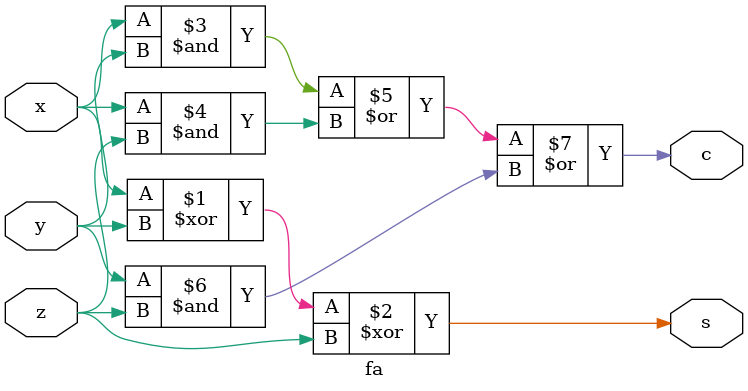
<source format=v>
`timescale 1ns / 1ps

// Note: The license below is based on the template at:
// http://opensource.org/licenses/BSD-3-Clause
// Copyright (C) 2020 Regents of the University of Texas
//All rights reserved.

// Redistribution and use in source and binary forms, with or without
// modification, are permitted provided that the following conditions are
// met:

// o Redistributions of source code must retain the above copyright
//   notice, this list of conditions and the following disclaimer.

// o Redistributions in binary form must reproduce the above copyright
//   notice, this list of conditions and the following disclaimer in the
//   documentation and/or other materials provided with the distribution.

// o Neither the name of the copyright holders nor the names of its
//   contributors may be used to endorse or promote products derived
//   from this software without specific prior written permission.

// THIS SOFTWARE IS PROVIDED BY THE COPYRIGHT HOLDERS AND CONTRIBUTORS
// "AS IS" AND ANY EXPRESS OR IMPLIED WARRANTIES, INCLUDING, BUT NOT
// LIMITED TO, THE IMPLIED WARRANTIES OF MERCHANTABILITY AND FITNESS FOR
// A PARTICULAR PURPOSE ARE DISCLAIMED. IN NO EVENT SHALL THE COPYRIGHT
// HOLDER OR CONTRIBUTORS BE LIABLE FOR ANY DIRECT, INDIRECT, INCIDENTAL,
// SPECIAL, EXEMPLARY, OR CONSEQUENTIAL DAMAGES (INCLUDING, BUT NOT
// LIMITED TO, PROCUREMENT OF SUBSTITUTE GOODS OR SERVICES; LOSS OF USE,
// DATA, OR PROFITS; OR BUSINESS INTERRUPTION) HOWEVER CAUSED AND ON ANY
// THEORY OF LIABILITY, WHETHER IN CONTRACT, STRICT LIABILITY, OR TORT
// (INCLUDING NEGLIGENCE OR OTHERWISE) ARISING IN ANY WAY OUT OF THE USE
// OF THIS SOFTWARE, EVEN IF ADVISED OF THE POSSIBILITY OF SUCH DAMAGE.


// DO NOT REMOVE:
// This file is generated by Temel's multiplier generator. Download from https://github.com/temelmertcan/multgen.



module carp_biriktir(
    input wire clk_i,
    input wire rst_i,
    input wire durdur_i,
    input wire [32:0] IN1,
    input wire [32:0] IN2,
    output reg [66:0] result);
wire [66:0] m1_0;
wire [66:0] m1_1;
DT_SB4_33x33_67 m1 (IN1[32:0], IN2[32:0], m1_0, m1_1);


reg [32:0] IN3;
// Dadda Summation Stage 1
wire s0 ,c0;
ha ha0 (m1_0[32], m1_1[32], s0, c0);

// Dadda Summation Stage 2
wire s1 ,c1;
ha ha1 (m1_0[0], m1_1[0], s1, c1);
wire s2 ,c2;
ha ha2 (m1_0[1], IN3[1], s2, c2);
wire s3 ,c3;
fa fa3 (m1_0[2], m1_1[2], IN3[2], s3, c3);
wire s4 ,c4;
fa fa4 (m1_0[3], m1_1[3], IN3[3], s4, c4);
wire s5 ,c5;
fa fa5 (m1_0[4], m1_1[4], IN3[4], s5, c5);
wire s6 ,c6;
fa fa6 (m1_0[5], m1_1[5], IN3[5], s6, c6);
wire s7 ,c7;
fa fa7 (m1_0[6], m1_1[6], IN3[6], s7, c7);
wire s8 ,c8;
fa fa8 (m1_0[7], m1_1[7], IN3[7], s8, c8);
wire s9 ,c9;
fa fa9 (m1_0[8], m1_1[8], IN3[8], s9, c9);
wire s10 ,c10;
fa fa10 (m1_0[9], m1_1[9], IN3[9], s10, c10);
wire s11 ,c11;
fa fa11 (m1_0[10], m1_1[10], IN3[10], s11, c11);
wire s12 ,c12;
fa fa12 (m1_0[11], m1_1[11], IN3[11], s12, c12);
wire s13 ,c13;
fa fa13 (m1_0[12], m1_1[12], IN3[12], s13, c13);
wire s14 ,c14;
fa fa14 (m1_0[13], m1_1[13], IN3[13], s14, c14);
wire s15 ,c15;
fa fa15 (m1_0[14], m1_1[14], IN3[14], s15, c15);
wire s16 ,c16;
fa fa16 (m1_0[15], m1_1[15], IN3[15], s16, c16);
wire s17 ,c17;
fa fa17 (m1_0[16], m1_1[16], IN3[16], s17, c17);
wire s18 ,c18;
fa fa18 (m1_0[17], m1_1[17], IN3[17], s18, c18);
wire s19 ,c19;
fa fa19 (m1_0[18], m1_1[18], IN3[18], s19, c19);
wire s20 ,c20;
fa fa20 (m1_0[19], m1_1[19], IN3[19], s20, c20);
wire s21 ,c21;
fa fa21 (m1_0[20], m1_1[20], IN3[20], s21, c21);
wire s22 ,c22;
fa fa22 (m1_0[21], m1_1[21], IN3[21], s22, c22);
wire s23 ,c23;
fa fa23 (m1_0[22], m1_1[22], IN3[22], s23, c23);
wire s24 ,c24;
fa fa24 (m1_0[23], m1_1[23], IN3[23], s24, c24);
wire s25 ,c25;
fa fa25 (m1_0[24], m1_1[24], IN3[24], s25, c25);
wire s26 ,c26;
fa fa26 (m1_0[25], m1_1[25], IN3[25], s26, c26);
wire s27 ,c27;
fa fa27 (m1_0[26], m1_1[26], IN3[26], s27, c27);
wire s28 ,c28;
fa fa28 (m1_0[27], m1_1[27], IN3[27], s28, c28);
wire s29 ,c29;
fa fa29 (m1_0[28], m1_1[28], IN3[28], s29, c29);
wire s30 ,c30;
fa fa30 (m1_0[29], m1_1[29], IN3[29], s30, c30);
wire s31 ,c31;
fa fa31 (m1_0[30], m1_1[30], IN3[30], s31, c31);
wire s32 ,c32;
fa fa32 (m1_0[31], m1_1[31], IN3[31], s32, c32);
wire s33 ,c33;
fa fa33 (~IN3[32], 1'b1, s0, s33, c33);
wire s34 ,c34;
fa fa34 (m1_0[33], m1_1[33], c0, s34, c34);
wire s35 ,c35;
fa fa35 (m1_0[34], m1_1[34], 1'b1, s35, c35);
wire s36 ,c36;
ha ha36 (m1_0[35], m1_1[35], s36, c36);
wire s37 ,c37;
fa fa37 (m1_0[36], m1_1[36], 1'b1, s37, c37);
wire s38 ,c38;
ha ha38 (m1_0[37], m1_1[37], s38, c38);
wire s39 ,c39;
fa fa39 (m1_0[38], m1_1[38], 1'b1, s39, c39);
wire s40 ,c40;
ha ha40 (m1_0[39], m1_1[39], s40, c40);
wire s41 ,c41;
fa fa41 (m1_0[40], m1_1[40], 1'b1, s41, c41);
wire s42 ,c42;
ha ha42 (m1_0[41], m1_1[41], s42, c42);
wire s43 ,c43;
fa fa43 (m1_0[42], m1_1[42], 1'b1, s43, c43);
wire s44 ,c44;
ha ha44 (m1_0[43], m1_1[43], s44, c44);
wire s45 ,c45;
fa fa45 (m1_0[44], m1_1[44], 1'b1, s45, c45);
wire s46 ,c46;
ha ha46 (m1_0[45], m1_1[45], s46, c46);
wire s47 ,c47;
fa fa47 (m1_0[46], m1_1[46], 1'b1, s47, c47);
wire s48 ,c48;
ha ha48 (m1_0[47], m1_1[47], s48, c48);
wire s49 ,c49;
fa fa49 (m1_0[48], m1_1[48], 1'b1, s49, c49);
wire s50 ,c50;
ha ha50 (m1_0[49], m1_1[49], s50, c50);
wire s51 ,c51;
fa fa51 (m1_0[50], m1_1[50], 1'b1, s51, c51);
wire s52 ,c52;
ha ha52 (m1_0[51], m1_1[51], s52, c52);
wire s53 ,c53;
fa fa53 (m1_0[52], m1_1[52], 1'b1, s53, c53);
wire s54 ,c54;
ha ha54 (m1_0[53], m1_1[53], s54, c54);
wire s55 ,c55;
fa fa55 (m1_0[54], m1_1[54], 1'b1, s55, c55);
wire s56 ,c56;
ha ha56 (m1_0[55], m1_1[55], s56, c56);
wire s57 ,c57;
fa fa57 (m1_0[56], m1_1[56], 1'b1, s57, c57);
wire s58 ,c58;
ha ha58 (m1_0[57], m1_1[57], s58, c58);
wire s59 ,c59;
fa fa59 (m1_0[58], m1_1[58], 1'b1, s59, c59);
wire s60 ,c60;
ha ha60 (m1_0[59], m1_1[59], s60, c60);
wire s61 ,c61;
fa fa61 (m1_0[60], m1_1[60], 1'b1, s61, c61);
wire s62 ,c62;
ha ha62 (m1_0[61], m1_1[61], s62, c62);
wire s63 ,c63;
fa fa63 (m1_0[62], m1_1[62], 1'b1, s63, c63);
wire s64 ,c64;
ha ha64 (m1_0[63], m1_1[63], s64, c64);
wire s65 ,c65;
fa fa65 (m1_0[64], m1_1[64], 1'b1, s65, c65);

wire [67:0] adder_result;
KS_67 final_adder ({1'b1, m1_0[65], c64, c63, c62, c61, c60, c59, c58, c57, c56, c55, c54, c53, c52, c51, c50, c49, c48, c47, c46, c45, c44, c43, c42, c41, c40, c39, c38, c37, c36, c35, c34, c33, c32, c31, c30, c29, c28, c27, c26, c25, c24, c23, c22, c21, c20, c19, c18, c17, c16, c15, c14, c13, c12, c11, c10, c9, c8, c7, c6, c5, c4, c3, c2, c1, IN3[0] }, {1'b0, c65, s65, s64, s63, s62, s61, s60, s59, s58, s57, s56, s55, s54, s53, s52, s51, s50, s49, s48, s47, s46, s45, s44, s43, s42, s41, s40, s39, s38, s37, s36, s35, s34, s33, s32, s31, s30, s29, s28, s27, s26, s25, s24, s23, s22, s21, s20, s19, s18, s17, s16, s15, s14, s13, s12, s11, s10, s9, s8, s7, s6, s5, s4, s3, s2, s1 }, adder_result );
always @(posedge clk_i) begin
    if(rst_i)begin
        IN3    <= 33'b0;
    end else begin
        if(~durdur_i)
            IN3    <= adder_result[32:0];
    end
    if(~durdur_i)
        result <= adder_result[66:0];
end


endmodule



module DT_SB4_33x33_67(
    input wire [32:0] IN1,
    input wire [32:0] IN2,
    output wire [66:0] result0,
    output wire [66:0] result1);


// Creating Partial Products

wire [32:0] mult = IN1;
wire [32:0] mcand = IN2;
wire [33:0] mcand_1x;
wire [33:0] mcand_2x;
assign mcand_1x = {{1{mcand[32]}},  mcand};
assign mcand_2x = {{0{mcand[32]}},  mcand, 1'b0};

// Booth Radix-4 Partial Products. Multiplier selectors: mult[1] mult[0] 1'b0
wire select_e_0, select_2x_0, tcomp0, select_ne_0, select_n2x_0;
assign select_e_0 = ((~ mult[1]) & (mult[0] ^ 1'b0));
assign select_ne_0 = mult[1] &  (mult[0] ^ 1'b0);
assign select_2x_0 = (~ mult[1]) & mult[0] & 1'b0;
assign select_n2x_0 = mult[1] & (~ mult[0]) & (~ 1'b0);
wire [33:0] pp_0;
assign pp_0 = (1<<33) ^ // flip the MSB
               ((select_e_0 ? mcand_1x : 0) |
                (select_2x_0 ? mcand_2x : 0) |
                (select_n2x_0 ? (~ mcand_2x) : 0) |
                (select_ne_0 ? (~ mcand_1x) : 0));
assign tcomp0 =  select_n2x_0 | select_ne_0;

// Booth Radix-4 Partial Products. Multiplier selectors: mult[3] mult[2] mult[1]
wire select_e_1, select_2x_1, tcomp1, select_ne_1, select_n2x_1;
assign select_e_1 = ((~ mult[3]) & (mult[2] ^ mult[1]));
assign select_ne_1 = mult[3] &  (mult[2] ^ mult[1]);
assign select_2x_1 = (~ mult[3]) & mult[2] & mult[1];
assign select_n2x_1 = mult[3] & (~ mult[2]) & (~ mult[1]);
wire [33:0] pp_1;
assign pp_1 = (1<<33) ^ // flip the MSB
               ((select_e_1 ? mcand_1x : 0) |
                (select_2x_1 ? mcand_2x : 0) |
                (select_n2x_1 ? (~ mcand_2x) : 0) |
                (select_ne_1 ? (~ mcand_1x) : 0));
assign tcomp1 =  select_n2x_1 | select_ne_1;

// Booth Radix-4 Partial Products. Multiplier selectors: mult[5] mult[4] mult[3]
wire select_e_2, select_2x_2, tcomp2, select_ne_2, select_n2x_2;
assign select_e_2 = ((~ mult[5]) & (mult[4] ^ mult[3]));
assign select_ne_2 = mult[5] &  (mult[4] ^ mult[3]);
assign select_2x_2 = (~ mult[5]) & mult[4] & mult[3];
assign select_n2x_2 = mult[5] & (~ mult[4]) & (~ mult[3]);
wire [33:0] pp_2;
assign pp_2 = (1<<33) ^ // flip the MSB
               ((select_e_2 ? mcand_1x : 0) |
                (select_2x_2 ? mcand_2x : 0) |
                (select_n2x_2 ? (~ mcand_2x) : 0) |
                (select_ne_2 ? (~ mcand_1x) : 0));
assign tcomp2 =  select_n2x_2 | select_ne_2;

// Booth Radix-4 Partial Products. Multiplier selectors: mult[7] mult[6] mult[5]
wire select_e_3, select_2x_3, tcomp3, select_ne_3, select_n2x_3;
assign select_e_3 = ((~ mult[7]) & (mult[6] ^ mult[5]));
assign select_ne_3 = mult[7] &  (mult[6] ^ mult[5]);
assign select_2x_3 = (~ mult[7]) & mult[6] & mult[5];
assign select_n2x_3 = mult[7] & (~ mult[6]) & (~ mult[5]);
wire [33:0] pp_3;
assign pp_3 = (1<<33) ^ // flip the MSB
               ((select_e_3 ? mcand_1x : 0) |
                (select_2x_3 ? mcand_2x : 0) |
                (select_n2x_3 ? (~ mcand_2x) : 0) |
                (select_ne_3 ? (~ mcand_1x) : 0));
assign tcomp3 =  select_n2x_3 | select_ne_3;

// Booth Radix-4 Partial Products. Multiplier selectors: mult[9] mult[8] mult[7]
wire select_e_4, select_2x_4, tcomp4, select_ne_4, select_n2x_4;
assign select_e_4 = ((~ mult[9]) & (mult[8] ^ mult[7]));
assign select_ne_4 = mult[9] &  (mult[8] ^ mult[7]);
assign select_2x_4 = (~ mult[9]) & mult[8] & mult[7];
assign select_n2x_4 = mult[9] & (~ mult[8]) & (~ mult[7]);
wire [33:0] pp_4;
assign pp_4 = (1<<33) ^ // flip the MSB
               ((select_e_4 ? mcand_1x : 0) |
                (select_2x_4 ? mcand_2x : 0) |
                (select_n2x_4 ? (~ mcand_2x) : 0) |
                (select_ne_4 ? (~ mcand_1x) : 0));
assign tcomp4 =  select_n2x_4 | select_ne_4;

// Booth Radix-4 Partial Products. Multiplier selectors: mult[11] mult[10] mult[9]
wire select_e_5, select_2x_5, tcomp5, select_ne_5, select_n2x_5;
assign select_e_5 = ((~ mult[11]) & (mult[10] ^ mult[9]));
assign select_ne_5 = mult[11] &  (mult[10] ^ mult[9]);
assign select_2x_5 = (~ mult[11]) & mult[10] & mult[9];
assign select_n2x_5 = mult[11] & (~ mult[10]) & (~ mult[9]);
wire [33:0] pp_5;
assign pp_5 = (1<<33) ^ // flip the MSB
               ((select_e_5 ? mcand_1x : 0) |
                (select_2x_5 ? mcand_2x : 0) |
                (select_n2x_5 ? (~ mcand_2x) : 0) |
                (select_ne_5 ? (~ mcand_1x) : 0));
assign tcomp5 =  select_n2x_5 | select_ne_5;

// Booth Radix-4 Partial Products. Multiplier selectors: mult[13] mult[12] mult[11]
wire select_e_6, select_2x_6, tcomp6, select_ne_6, select_n2x_6;
assign select_e_6 = ((~ mult[13]) & (mult[12] ^ mult[11]));
assign select_ne_6 = mult[13] &  (mult[12] ^ mult[11]);
assign select_2x_6 = (~ mult[13]) & mult[12] & mult[11];
assign select_n2x_6 = mult[13] & (~ mult[12]) & (~ mult[11]);
wire [33:0] pp_6;
assign pp_6 = (1<<33) ^ // flip the MSB
               ((select_e_6 ? mcand_1x : 0) |
                (select_2x_6 ? mcand_2x : 0) |
                (select_n2x_6 ? (~ mcand_2x) : 0) |
                (select_ne_6 ? (~ mcand_1x) : 0));
assign tcomp6 =  select_n2x_6 | select_ne_6;

// Booth Radix-4 Partial Products. Multiplier selectors: mult[15] mult[14] mult[13]
wire select_e_7, select_2x_7, tcomp7, select_ne_7, select_n2x_7;
assign select_e_7 = ((~ mult[15]) & (mult[14] ^ mult[13]));
assign select_ne_7 = mult[15] &  (mult[14] ^ mult[13]);
assign select_2x_7 = (~ mult[15]) & mult[14] & mult[13];
assign select_n2x_7 = mult[15] & (~ mult[14]) & (~ mult[13]);
wire [33:0] pp_7;
assign pp_7 = (1<<33) ^ // flip the MSB
               ((select_e_7 ? mcand_1x : 0) |
                (select_2x_7 ? mcand_2x : 0) |
                (select_n2x_7 ? (~ mcand_2x) : 0) |
                (select_ne_7 ? (~ mcand_1x) : 0));
assign tcomp7 =  select_n2x_7 | select_ne_7;

// Booth Radix-4 Partial Products. Multiplier selectors: mult[17] mult[16] mult[15]
wire select_e_8, select_2x_8, tcomp8, select_ne_8, select_n2x_8;
assign select_e_8 = ((~ mult[17]) & (mult[16] ^ mult[15]));
assign select_ne_8 = mult[17] &  (mult[16] ^ mult[15]);
assign select_2x_8 = (~ mult[17]) & mult[16] & mult[15];
assign select_n2x_8 = mult[17] & (~ mult[16]) & (~ mult[15]);
wire [33:0] pp_8;
assign pp_8 = (1<<33) ^ // flip the MSB
               ((select_e_8 ? mcand_1x : 0) |
                (select_2x_8 ? mcand_2x : 0) |
                (select_n2x_8 ? (~ mcand_2x) : 0) |
                (select_ne_8 ? (~ mcand_1x) : 0));
assign tcomp8 =  select_n2x_8 | select_ne_8;

// Booth Radix-4 Partial Products. Multiplier selectors: mult[19] mult[18] mult[17]
wire select_e_9, select_2x_9, tcomp9, select_ne_9, select_n2x_9;
assign select_e_9 = ((~ mult[19]) & (mult[18] ^ mult[17]));
assign select_ne_9 = mult[19] &  (mult[18] ^ mult[17]);
assign select_2x_9 = (~ mult[19]) & mult[18] & mult[17];
assign select_n2x_9 = mult[19] & (~ mult[18]) & (~ mult[17]);
wire [33:0] pp_9;
assign pp_9 = (1<<33) ^ // flip the MSB
               ((select_e_9 ? mcand_1x : 0) |
                (select_2x_9 ? mcand_2x : 0) |
                (select_n2x_9 ? (~ mcand_2x) : 0) |
                (select_ne_9 ? (~ mcand_1x) : 0));
assign tcomp9 =  select_n2x_9 | select_ne_9;

// Booth Radix-4 Partial Products. Multiplier selectors: mult[21] mult[20] mult[19]
wire select_e_10, select_2x_10, tcomp10, select_ne_10, select_n2x_10;
assign select_e_10 = ((~ mult[21]) & (mult[20] ^ mult[19]));
assign select_ne_10 = mult[21] &  (mult[20] ^ mult[19]);
assign select_2x_10 = (~ mult[21]) & mult[20] & mult[19];
assign select_n2x_10 = mult[21] & (~ mult[20]) & (~ mult[19]);
wire [33:0] pp_10;
assign pp_10 = (1<<33) ^ // flip the MSB
               ((select_e_10 ? mcand_1x : 0) |
                (select_2x_10 ? mcand_2x : 0) |
                (select_n2x_10 ? (~ mcand_2x) : 0) |
                (select_ne_10 ? (~ mcand_1x) : 0));
assign tcomp10 =  select_n2x_10 | select_ne_10;

// Booth Radix-4 Partial Products. Multiplier selectors: mult[23] mult[22] mult[21]
wire select_e_11, select_2x_11, tcomp11, select_ne_11, select_n2x_11;
assign select_e_11 = ((~ mult[23]) & (mult[22] ^ mult[21]));
assign select_ne_11 = mult[23] &  (mult[22] ^ mult[21]);
assign select_2x_11 = (~ mult[23]) & mult[22] & mult[21];
assign select_n2x_11 = mult[23] & (~ mult[22]) & (~ mult[21]);
wire [33:0] pp_11;
assign pp_11 = (1<<33) ^ // flip the MSB
               ((select_e_11 ? mcand_1x : 0) |
                (select_2x_11 ? mcand_2x : 0) |
                (select_n2x_11 ? (~ mcand_2x) : 0) |
                (select_ne_11 ? (~ mcand_1x) : 0));
assign tcomp11 =  select_n2x_11 | select_ne_11;

// Booth Radix-4 Partial Products. Multiplier selectors: mult[25] mult[24] mult[23]
wire select_e_12, select_2x_12, tcomp12, select_ne_12, select_n2x_12;
assign select_e_12 = ((~ mult[25]) & (mult[24] ^ mult[23]));
assign select_ne_12 = mult[25] &  (mult[24] ^ mult[23]);
assign select_2x_12 = (~ mult[25]) & mult[24] & mult[23];
assign select_n2x_12 = mult[25] & (~ mult[24]) & (~ mult[23]);
wire [33:0] pp_12;
assign pp_12 = (1<<33) ^ // flip the MSB
               ((select_e_12 ? mcand_1x : 0) |
                (select_2x_12 ? mcand_2x : 0) |
                (select_n2x_12 ? (~ mcand_2x) : 0) |
                (select_ne_12 ? (~ mcand_1x) : 0));
assign tcomp12 =  select_n2x_12 | select_ne_12;

// Booth Radix-4 Partial Products. Multiplier selectors: mult[27] mult[26] mult[25]
wire select_e_13, select_2x_13, tcomp13, select_ne_13, select_n2x_13;
assign select_e_13 = ((~ mult[27]) & (mult[26] ^ mult[25]));
assign select_ne_13 = mult[27] &  (mult[26] ^ mult[25]);
assign select_2x_13 = (~ mult[27]) & mult[26] & mult[25];
assign select_n2x_13 = mult[27] & (~ mult[26]) & (~ mult[25]);
wire [33:0] pp_13;
assign pp_13 = (1<<33) ^ // flip the MSB
               ((select_e_13 ? mcand_1x : 0) |
                (select_2x_13 ? mcand_2x : 0) |
                (select_n2x_13 ? (~ mcand_2x) : 0) |
                (select_ne_13 ? (~ mcand_1x) : 0));
assign tcomp13 =  select_n2x_13 | select_ne_13;

// Booth Radix-4 Partial Products. Multiplier selectors: mult[29] mult[28] mult[27]
wire select_e_14, select_2x_14, tcomp14, select_ne_14, select_n2x_14;
assign select_e_14 = ((~ mult[29]) & (mult[28] ^ mult[27]));
assign select_ne_14 = mult[29] &  (mult[28] ^ mult[27]);
assign select_2x_14 = (~ mult[29]) & mult[28] & mult[27];
assign select_n2x_14 = mult[29] & (~ mult[28]) & (~ mult[27]);
wire [33:0] pp_14;
assign pp_14 = (1<<33) ^ // flip the MSB
               ((select_e_14 ? mcand_1x : 0) |
                (select_2x_14 ? mcand_2x : 0) |
                (select_n2x_14 ? (~ mcand_2x) : 0) |
                (select_ne_14 ? (~ mcand_1x) : 0));
assign tcomp14 =  select_n2x_14 | select_ne_14;

// Booth Radix-4 Partial Products. Multiplier selectors: mult[31] mult[30] mult[29]
wire select_e_15, select_2x_15, tcomp15, select_ne_15, select_n2x_15;
assign select_e_15 = ((~ mult[31]) & (mult[30] ^ mult[29]));
assign select_ne_15 = mult[31] &  (mult[30] ^ mult[29]);
assign select_2x_15 = (~ mult[31]) & mult[30] & mult[29];
assign select_n2x_15 = mult[31] & (~ mult[30]) & (~ mult[29]);
wire [33:0] pp_15;
assign pp_15 = (1<<33) ^ // flip the MSB
               ((select_e_15 ? mcand_1x : 0) |
                (select_2x_15 ? mcand_2x : 0) |
                (select_n2x_15 ? (~ mcand_2x) : 0) |
                (select_ne_15 ? (~ mcand_1x) : 0));
assign tcomp15 =  select_n2x_15 | select_ne_15;

// Booth Radix-4 Partial Products. Multiplier selectors: mult[32] mult[32] mult[31]
wire select_e_16, select_2x_16, tcomp16, select_ne_16, select_n2x_16;
assign select_e_16 = ((~ mult[32]) & (mult[32] ^ mult[31]));
assign select_ne_16 = mult[32] &  (mult[32] ^ mult[31]);
assign select_2x_16 = (~ mult[32]) & mult[32] & mult[31];
assign select_n2x_16 = mult[32] & (~ mult[32]) & (~ mult[31]);
wire [33:0] pp_16;
assign pp_16 = (1<<33) ^ // flip the MSB
               ((select_e_16 ? mcand_1x : 0) |
                (select_2x_16 ? mcand_2x : 0) |
                (select_n2x_16 ? (~ mcand_2x) : 0) |
                (select_ne_16 ? (~ mcand_1x) : 0));
assign tcomp16 =  select_n2x_16 | select_ne_16;

// Creating Summation Tree


// Dadda Summation Stage 1
wire s0 ,c0;
ha ha0 (pp_0[24], pp_1[22], s0, c0);
wire s1 ,c1;
ha ha1 (pp_0[25], pp_1[23], s1, c1);
wire s2 ,c2;
fa fa2 (pp_0[26], pp_1[24], pp_2[22], s2, c2);
wire s3 ,c3;
ha ha3 (pp_3[20], pp_4[18], s3, c3);
wire s4 ,c4;
fa fa4 (pp_0[27], pp_1[25], pp_2[23], s4, c4);
wire s5 ,c5;
ha ha5 (pp_3[21], pp_4[19], s5, c5);
wire s6 ,c6;
fa fa6 (pp_0[28], pp_1[26], pp_2[24], s6, c6);
wire s7 ,c7;
fa fa7 (pp_3[22], pp_4[20], pp_5[18], s7, c7);
wire s8 ,c8;
ha ha8 (pp_6[16], pp_7[14], s8, c8);
wire s9 ,c9;
fa fa9 (pp_0[29], pp_1[27], pp_2[25], s9, c9);
wire s10 ,c10;
fa fa10 (pp_3[23], pp_4[21], pp_5[19], s10, c10);
wire s11 ,c11;
ha ha11 (pp_6[17], pp_7[15], s11, c11);
wire s12 ,c12;
fa fa12 (pp_0[30], pp_1[28], pp_2[26], s12, c12);
wire s13 ,c13;
fa fa13 (pp_3[24], pp_4[22], pp_5[20], s13, c13);
wire s14 ,c14;
fa fa14 (pp_6[18], pp_7[16], pp_8[14], s14, c14);
wire s15 ,c15;
ha ha15 (pp_9[12], pp_10[10], s15, c15);
wire s16 ,c16;
fa fa16 (pp_0[31], pp_1[29], pp_2[27], s16, c16);
wire s17 ,c17;
fa fa17 (pp_3[25], pp_4[23], pp_5[21], s17, c17);
wire s18 ,c18;
fa fa18 (pp_6[19], pp_7[17], pp_8[15], s18, c18);
wire s19 ,c19;
ha ha19 (pp_9[13], pp_10[11], s19, c19);
wire s20 ,c20;
fa fa20 (pp_0[32], pp_1[30], pp_2[28], s20, c20);
wire s21 ,c21;
fa fa21 (pp_3[26], pp_4[24], pp_5[22], s21, c21);
wire s22 ,c22;
fa fa22 (pp_6[20], pp_7[18], pp_8[16], s22, c22);
wire s23 ,c23;
fa fa23 (pp_9[14], pp_10[12], pp_11[10], s23, c23);
wire s24 ,c24;
ha ha24 (pp_12[8], pp_13[6], s24, c24);
wire s25 ,c25;
fa fa25 (pp_0[33], pp_1[31], pp_2[29], s25, c25);
wire s26 ,c26;
fa fa26 (pp_3[27], pp_4[25], pp_5[23], s26, c26);
wire s27 ,c27;
fa fa27 (pp_6[21], pp_7[19], pp_8[17], s27, c27);
wire s28 ,c28;
fa fa28 (pp_9[15], pp_10[13], pp_11[11], s28, c28);
wire s29 ,c29;
ha ha29 (pp_12[9], pp_13[7], s29, c29);
wire s30 ,c30;
fa fa30 (pp_1[32], pp_2[30], pp_3[28], s30, c30);
wire s31 ,c31;
fa fa31 (pp_4[26], pp_5[24], pp_6[22], s31, c31);
wire s32 ,c32;
fa fa32 (pp_7[20], pp_8[18], pp_9[16], s32, c32);
wire s33 ,c33;
fa fa33 (pp_10[14], pp_11[12], pp_12[10], s33, c33);
wire s34 ,c34;
fa fa34 (pp_1[33], pp_2[31], pp_3[29], s34, c34);
wire s35 ,c35;
fa fa35 (pp_4[27], pp_5[25], pp_6[23], s35, c35);
wire s36 ,c36;
fa fa36 (pp_7[21], pp_8[19], pp_9[17], s36, c36);
wire s37 ,c37;
ha ha37 (pp_10[15], pp_11[13], s37, c37);
wire s38 ,c38;
fa fa38 (pp_2[32], pp_3[30], pp_4[28], s38, c38);
wire s39 ,c39;
fa fa39 (pp_5[26], pp_6[24], pp_7[22], s39, c39);
wire s40 ,c40;
fa fa40 (pp_8[20], pp_9[18], pp_10[16], s40, c40);
wire s41 ,c41;
fa fa41 (pp_2[33], pp_3[31], pp_4[29], s41, c41);
wire s42 ,c42;
fa fa42 (pp_5[27], pp_6[25], pp_7[23], s42, c42);
wire s43 ,c43;
ha ha43 (pp_8[21], pp_9[19], s43, c43);
wire s44 ,c44;
fa fa44 (pp_3[32], pp_4[30], pp_5[28], s44, c44);
wire s45 ,c45;
fa fa45 (pp_6[26], pp_7[24], pp_8[22], s45, c45);
wire s46 ,c46;
fa fa46 (pp_3[33], pp_4[31], pp_5[29], s46, c46);
wire s47 ,c47;
ha ha47 (pp_6[27], pp_7[25], s47, c47);
wire s48 ,c48;
fa fa48 (pp_4[32], pp_5[30], pp_6[28], s48, c48);
wire s49 ,c49;
ha ha49 (pp_4[33], pp_5[31], s49, c49);

// Dadda Summation Stage 2
wire s50 ,c50;
ha ha50 (pp_0[16], pp_1[14], s50, c50);
wire s51 ,c51;
ha ha51 (pp_0[17], pp_1[15], s51, c51);
wire s52 ,c52;
fa fa52 (pp_0[18], pp_1[16], pp_2[14], s52, c52);
wire s53 ,c53;
ha ha53 (pp_3[12], pp_4[10], s53, c53);
wire s54 ,c54;
fa fa54 (pp_0[19], pp_1[17], pp_2[15], s54, c54);
wire s55 ,c55;
ha ha55 (pp_3[13], pp_4[11], s55, c55);
wire s56 ,c56;
fa fa56 (pp_0[20], pp_1[18], pp_2[16], s56, c56);
wire s57 ,c57;
fa fa57 (pp_3[14], pp_4[12], pp_5[10], s57, c57);
wire s58 ,c58;
ha ha58 (pp_6[8], pp_7[6], s58, c58);
wire s59 ,c59;
fa fa59 (pp_0[21], pp_1[19], pp_2[17], s59, c59);
wire s60 ,c60;
fa fa60 (pp_3[15], pp_4[13], pp_5[11], s60, c60);
wire s61 ,c61;
ha ha61 (pp_6[9], pp_7[7], s61, c61);
wire s62 ,c62;
fa fa62 (pp_0[22], pp_1[20], pp_2[18], s62, c62);
wire s63 ,c63;
fa fa63 (pp_3[16], pp_4[14], pp_5[12], s63, c63);
wire s64 ,c64;
fa fa64 (pp_6[10], pp_7[8], pp_8[6], s64, c64);
wire s65 ,c65;
ha ha65 (pp_9[4], pp_10[2], s65, c65);
wire s66 ,c66;
fa fa66 (pp_0[23], pp_1[21], pp_2[19], s66, c66);
wire s67 ,c67;
fa fa67 (pp_3[17], pp_4[15], pp_5[13], s67, c67);
wire s68 ,c68;
fa fa68 (pp_6[11], pp_7[9], pp_8[7], s68, c68);
wire s69 ,c69;
ha ha69 (pp_9[5], pp_10[3], s69, c69);
wire s70 ,c70;
fa fa70 (pp_2[20], pp_3[18], pp_4[16], s70, c70);
wire s71 ,c71;
fa fa71 (pp_5[14], pp_6[12], pp_7[10], s71, c71);
wire s72 ,c72;
fa fa72 (pp_8[8], pp_9[6], pp_10[4], s72, c72);
wire s73 ,c73;
fa fa73 (pp_11[2], pp_12[0], tcomp12, s73, c73);
wire s74 ,c74;
fa fa74 (pp_2[21], pp_3[19], pp_4[17], s74, c74);
wire s75 ,c75;
fa fa75 (pp_5[15], pp_6[13], pp_7[11], s75, c75);
wire s76 ,c76;
fa fa76 (pp_8[9], pp_9[7], pp_10[5], s76, c76);
wire s77 ,c77;
fa fa77 (pp_11[3], pp_12[1], c0, s77, c77);
wire s78 ,c78;
fa fa78 (pp_5[16], pp_6[14], pp_7[12], s78, c78);
wire s79 ,c79;
fa fa79 (pp_8[10], pp_9[8], pp_10[6], s79, c79);
wire s80 ,c80;
fa fa80 (pp_11[4], pp_12[2], pp_13[0], s80, c80);
wire s81 ,c81;
fa fa81 (tcomp13, c1, s2, s81, c81);
wire s82 ,c82;
fa fa82 (pp_5[17], pp_6[15], pp_7[13], s82, c82);
wire s83 ,c83;
fa fa83 (pp_8[11], pp_9[9], pp_10[7], s83, c83);
wire s84 ,c84;
fa fa84 (pp_11[5], pp_12[3], pp_13[1], s84, c84);
wire s85 ,c85;
fa fa85 (c2, c3, s4, s85, c85);
wire s86 ,c86;
fa fa86 (pp_8[12], pp_9[10], pp_10[8], s86, c86);
wire s87 ,c87;
fa fa87 (pp_11[6], pp_12[4], pp_13[2], s87, c87);
wire s88 ,c88;
fa fa88 (pp_14[0], tcomp14, c4, s88, c88);
wire s89 ,c89;
fa fa89 (c5, s6, s7, s89, c89);
wire s90 ,c90;
fa fa90 (pp_8[13], pp_9[11], pp_10[9], s90, c90);
wire s91 ,c91;
fa fa91 (pp_11[7], pp_12[5], pp_13[3], s91, c91);
wire s92 ,c92;
fa fa92 (pp_14[1], c6, c7, s92, c92);
wire s93 ,c93;
fa fa93 (c8, s9, s10, s93, c93);
wire s94 ,c94;
fa fa94 (pp_11[8], pp_12[6], pp_13[4], s94, c94);
wire s95 ,c95;
fa fa95 (pp_14[2], pp_15[0], tcomp15, s95, c95);
wire s96 ,c96;
fa fa96 (c9, c10, c11, s96, c96);
wire s97 ,c97;
fa fa97 (s12, s13, s14, s97, c97);
wire s98 ,c98;
fa fa98 (pp_11[9], pp_12[7], pp_13[5], s98, c98);
wire s99 ,c99;
fa fa99 (pp_14[3], pp_15[1], c12, s99, c99);
wire s100 ,c100;
fa fa100 (c13, c14, c15, s100, c100);
wire s101 ,c101;
fa fa101 (s16, s17, s18, s101, c101);
wire s102 ,c102;
fa fa102 (pp_14[4], pp_15[2], pp_16[0], s102, c102);
wire s103 ,c103;
fa fa103 (tcomp16, c16, c17, s103, c103);
wire s104 ,c104;
fa fa104 (c18, c19, s20, s104, c104);
wire s105 ,c105;
fa fa105 (s21, s22, s23, s105, c105);
wire s106 ,c106;
fa fa106 (pp_14[5], pp_15[3], pp_16[1], s106, c106);
wire s107 ,c107;
fa fa107 (c20, c21, c22, s107, c107);
wire s108 ,c108;
fa fa108 (c23, c24, s25, s108, c108);
wire s109 ,c109;
fa fa109 (s26, s27, s28, s109, c109);
wire s110 ,c110;
fa fa110 (pp_13[8], pp_14[6], pp_15[4], s110, c110);
wire s111 ,c111;
fa fa111 (pp_16[2], c25, c26, s111, c111);
wire s112 ,c112;
fa fa112 (c27, c28, c29, s112, c112);
wire s113 ,c113;
fa fa113 (s30, s31, s32, s113, c113);
wire s114 ,c114;
fa fa114 (pp_12[11], pp_13[9], pp_14[7], s114, c114);
wire s115 ,c115;
fa fa115 (pp_15[5], pp_16[3], c30, s115, c115);
wire s116 ,c116;
fa fa116 (c31, c32, c33, s116, c116);
wire s117 ,c117;
fa fa117 (s34, s35, s36, s117, c117);
wire s118 ,c118;
fa fa118 (pp_11[14], pp_12[12], pp_13[10], s118, c118);
wire s119 ,c119;
fa fa119 (pp_14[8], pp_15[6], pp_16[4], s119, c119);
wire s120 ,c120;
fa fa120 (c34, c35, c36, s120, c120);
wire s121 ,c121;
fa fa121 (c37, s38, s39, s121, c121);
wire s122 ,c122;
fa fa122 (pp_10[17], pp_11[15], pp_12[13], s122, c122);
wire s123 ,c123;
fa fa123 (pp_13[11], pp_14[9], pp_15[7], s123, c123);
wire s124 ,c124;
fa fa124 (pp_16[5], c38, c39, s124, c124);
wire s125 ,c125;
fa fa125 (c40, s41, s42, s125, c125);
wire s126 ,c126;
fa fa126 (pp_9[20], pp_10[18], pp_11[16], s126, c126);
wire s127 ,c127;
fa fa127 (pp_12[14], pp_13[12], pp_14[10], s127, c127);
wire s128 ,c128;
fa fa128 (pp_15[8], pp_16[6], c41, s128, c128);
wire s129 ,c129;
fa fa129 (c42, c43, s44, s129, c129);
wire s130 ,c130;
fa fa130 (pp_8[23], pp_9[21], pp_10[19], s130, c130);
wire s131 ,c131;
fa fa131 (pp_11[17], pp_12[15], pp_13[13], s131, c131);
wire s132 ,c132;
fa fa132 (pp_14[11], pp_15[9], pp_16[7], s132, c132);
wire s133 ,c133;
fa fa133 (c44, c45, s46, s133, c133);
wire s134 ,c134;
fa fa134 (pp_7[26], pp_8[24], pp_9[22], s134, c134);
wire s135 ,c135;
fa fa135 (pp_10[20], pp_11[18], pp_12[16], s135, c135);
wire s136 ,c136;
fa fa136 (pp_13[14], pp_14[12], pp_15[10], s136, c136);
wire s137 ,c137;
fa fa137 (pp_16[8], c46, c47, s137, c137);
wire s138 ,c138;
fa fa138 (pp_6[29], pp_7[27], pp_8[25], s138, c138);
wire s139 ,c139;
fa fa139 (pp_9[23], pp_10[21], pp_11[19], s139, c139);
wire s140 ,c140;
fa fa140 (pp_12[17], pp_13[15], pp_14[13], s140, c140);
wire s141 ,c141;
fa fa141 (pp_15[11], pp_16[9], c48, s141, c141);
wire s142 ,c142;
fa fa142 (pp_5[32], pp_6[30], pp_7[28], s142, c142);
wire s143 ,c143;
fa fa143 (pp_8[26], pp_9[24], pp_10[22], s143, c143);
wire s144 ,c144;
fa fa144 (pp_11[20], pp_12[18], pp_13[16], s144, c144);
wire s145 ,c145;
fa fa145 (pp_14[14], pp_15[12], pp_16[10], s145, c145);
wire s146 ,c146;
fa fa146 (pp_5[33], pp_6[31], pp_7[29], s146, c146);
wire s147 ,c147;
fa fa147 (pp_8[27], pp_9[25], pp_10[23], s147, c147);
wire s148 ,c148;
fa fa148 (pp_11[21], pp_12[19], pp_13[17], s148, c148);
wire s149 ,c149;
ha ha149 (pp_14[15], pp_15[13], s149, c149);
wire s150 ,c150;
fa fa150 (pp_6[32], pp_7[30], pp_8[28], s150, c150);
wire s151 ,c151;
fa fa151 (pp_9[26], pp_10[24], pp_11[22], s151, c151);
wire s152 ,c152;
fa fa152 (pp_12[20], pp_13[18], pp_14[16], s152, c152);
wire s153 ,c153;
fa fa153 (pp_6[33], pp_7[31], pp_8[29], s153, c153);
wire s154 ,c154;
fa fa154 (pp_9[27], pp_10[25], pp_11[23], s154, c154);
wire s155 ,c155;
ha ha155 (pp_12[21], pp_13[19], s155, c155);
wire s156 ,c156;
fa fa156 (pp_7[32], pp_8[30], pp_9[28], s156, c156);
wire s157 ,c157;
fa fa157 (pp_10[26], pp_11[24], pp_12[22], s157, c157);
wire s158 ,c158;
fa fa158 (pp_7[33], pp_8[31], pp_9[29], s158, c158);
wire s159 ,c159;
ha ha159 (pp_10[27], pp_11[25], s159, c159);
wire s160 ,c160;
fa fa160 (pp_8[32], pp_9[30], pp_10[28], s160, c160);
wire s161 ,c161;
ha ha161 (pp_8[33], pp_9[31], s161, c161);

// Dadda Summation Stage 3
wire s162 ,c162;
ha ha162 (pp_0[10], pp_1[8], s162, c162);
wire s163 ,c163;
ha ha163 (pp_0[11], pp_1[9], s163, c163);
wire s164 ,c164;
fa fa164 (pp_0[12], pp_1[10], pp_2[8], s164, c164);
wire s165 ,c165;
ha ha165 (pp_3[6], pp_4[4], s165, c165);
wire s166 ,c166;
fa fa166 (pp_0[13], pp_1[11], pp_2[9], s166, c166);
wire s167 ,c167;
ha ha167 (pp_3[7], pp_4[5], s167, c167);
wire s168 ,c168;
fa fa168 (pp_0[14], pp_1[12], pp_2[10], s168, c168);
wire s169 ,c169;
fa fa169 (pp_3[8], pp_4[6], pp_5[4], s169, c169);
wire s170 ,c170;
ha ha170 (pp_6[2], pp_7[0], s170, c170);
wire s171 ,c171;
fa fa171 (pp_0[15], pp_1[13], pp_2[11], s171, c171);
wire s172 ,c172;
fa fa172 (pp_3[9], pp_4[7], pp_5[5], s172, c172);
wire s173 ,c173;
ha ha173 (pp_6[3], pp_7[1], s173, c173);
wire s174 ,c174;
fa fa174 (pp_2[12], pp_3[10], pp_4[8], s174, c174);
wire s175 ,c175;
fa fa175 (pp_5[6], pp_6[4], pp_7[2], s175, c175);
wire s176 ,c176;
fa fa176 (pp_8[0], tcomp8, s50, s176, c176);
wire s177 ,c177;
fa fa177 (pp_2[13], pp_3[11], pp_4[9], s177, c177);
wire s178 ,c178;
fa fa178 (pp_5[7], pp_6[5], pp_7[3], s178, c178);
wire s179 ,c179;
fa fa179 (pp_8[1], c50, s51, s179, c179);
wire s180 ,c180;
fa fa180 (pp_5[8], pp_6[6], pp_7[4], s180, c180);
wire s181 ,c181;
fa fa181 (pp_8[2], pp_9[0], tcomp9, s181, c181);
wire s182 ,c182;
fa fa182 (c51, s52, s53, s182, c182);
wire s183 ,c183;
fa fa183 (pp_5[9], pp_6[7], pp_7[5], s183, c183);
wire s184 ,c184;
fa fa184 (pp_8[3], pp_9[1], c52, s184, c184);
wire s185 ,c185;
fa fa185 (c53, s54, s55, s185, c185);
wire s186 ,c186;
fa fa186 (pp_8[4], pp_9[2], pp_10[0], s186, c186);
wire s187 ,c187;
fa fa187 (tcomp10, c54, c55, s187, c187);
wire s188 ,c188;
fa fa188 (s56, s57, s58, s188, c188);
wire s189 ,c189;
fa fa189 (pp_8[5], pp_9[3], pp_10[1], s189, c189);
wire s190 ,c190;
fa fa190 (c56, c57, c58, s190, c190);
wire s191 ,c191;
fa fa191 (s59, s60, s61, s191, c191);
wire s192 ,c192;
fa fa192 (pp_11[0], tcomp11, c59, s192, c192);
wire s193 ,c193;
fa fa193 (c60, c61, s62, s193, c193);
wire s194 ,c194;
fa fa194 (s63, s64, s65, s194, c194);
wire s195 ,c195;
fa fa195 (pp_11[1], c62, c63, s195, c195);
wire s196 ,c196;
fa fa196 (c64, c65, s66, s196, c196);
wire s197 ,c197;
fa fa197 (s67, s68, s69, s197, c197);
wire s198 ,c198;
fa fa198 (s0, c66, c67, s198, c198);
wire s199 ,c199;
fa fa199 (c68, c69, s70, s199, c199);
wire s200 ,c200;
fa fa200 (s71, s72, s73, s200, c200);
wire s201 ,c201;
fa fa201 (s1, c70, c71, s201, c201);
wire s202 ,c202;
fa fa202 (c72, c73, s74, s202, c202);
wire s203 ,c203;
fa fa203 (s75, s76, s77, s203, c203);
wire s204 ,c204;
fa fa204 (s3, c74, c75, s204, c204);
wire s205 ,c205;
fa fa205 (c76, c77, s78, s205, c205);
wire s206 ,c206;
fa fa206 (s79, s80, s81, s206, c206);
wire s207 ,c207;
fa fa207 (s5, c78, c79, s207, c207);
wire s208 ,c208;
fa fa208 (c80, c81, s82, s208, c208);
wire s209 ,c209;
fa fa209 (s83, s84, s85, s209, c209);
wire s210 ,c210;
fa fa210 (s8, c82, c83, s210, c210);
wire s211 ,c211;
fa fa211 (c84, c85, s86, s211, c211);
wire s212 ,c212;
fa fa212 (s87, s88, s89, s212, c212);
wire s213 ,c213;
fa fa213 (s11, c86, c87, s213, c213);
wire s214 ,c214;
fa fa214 (c88, c89, s90, s214, c214);
wire s215 ,c215;
fa fa215 (s91, s92, s93, s215, c215);
wire s216 ,c216;
fa fa216 (s15, c90, c91, s216, c216);
wire s217 ,c217;
fa fa217 (c92, c93, s94, s217, c217);
wire s218 ,c218;
fa fa218 (s95, s96, s97, s218, c218);
wire s219 ,c219;
fa fa219 (s19, c94, c95, s219, c219);
wire s220 ,c220;
fa fa220 (c96, c97, s98, s220, c220);
wire s221 ,c221;
fa fa221 (s99, s100, s101, s221, c221);
wire s222 ,c222;
fa fa222 (s24, c98, c99, s222, c222);
wire s223 ,c223;
fa fa223 (c100, c101, s102, s223, c223);
wire s224 ,c224;
fa fa224 (s103, s104, s105, s224, c224);
wire s225 ,c225;
fa fa225 (s29, c102, c103, s225, c225);
wire s226 ,c226;
fa fa226 (c104, c105, s106, s226, c226);
wire s227 ,c227;
fa fa227 (s107, s108, s109, s227, c227);
wire s228 ,c228;
fa fa228 (s33, c106, c107, s228, c228);
wire s229 ,c229;
fa fa229 (c108, c109, s110, s229, c229);
wire s230 ,c230;
fa fa230 (s111, s112, s113, s230, c230);
wire s231 ,c231;
fa fa231 (s37, c110, c111, s231, c231);
wire s232 ,c232;
fa fa232 (c112, c113, s114, s232, c232);
wire s233 ,c233;
fa fa233 (s115, s116, s117, s233, c233);
wire s234 ,c234;
fa fa234 (s40, c114, c115, s234, c234);
wire s235 ,c235;
fa fa235 (c116, c117, s118, s235, c235);
wire s236 ,c236;
fa fa236 (s119, s120, s121, s236, c236);
wire s237 ,c237;
fa fa237 (s43, c118, c119, s237, c237);
wire s238 ,c238;
fa fa238 (c120, c121, s122, s238, c238);
wire s239 ,c239;
fa fa239 (s123, s124, s125, s239, c239);
wire s240 ,c240;
fa fa240 (s45, c122, c123, s240, c240);
wire s241 ,c241;
fa fa241 (c124, c125, s126, s241, c241);
wire s242 ,c242;
fa fa242 (s127, s128, s129, s242, c242);
wire s243 ,c243;
fa fa243 (s47, c126, c127, s243, c243);
wire s244 ,c244;
fa fa244 (c128, c129, s130, s244, c244);
wire s245 ,c245;
fa fa245 (s131, s132, s133, s245, c245);
wire s246 ,c246;
fa fa246 (s48, c130, c131, s246, c246);
wire s247 ,c247;
fa fa247 (c132, c133, s134, s247, c247);
wire s248 ,c248;
fa fa248 (s135, s136, s137, s248, c248);
wire s249 ,c249;
fa fa249 (s49, c134, c135, s249, c249);
wire s250 ,c250;
fa fa250 (c136, c137, s138, s250, c250);
wire s251 ,c251;
fa fa251 (s139, s140, s141, s251, c251);
wire s252 ,c252;
fa fa252 (c49, c138, c139, s252, c252);
wire s253 ,c253;
fa fa253 (c140, c141, s142, s253, c253);
wire s254 ,c254;
fa fa254 (s143, s144, s145, s254, c254);
wire s255 ,c255;
fa fa255 (pp_16[11], c142, c143, s255, c255);
wire s256 ,c256;
fa fa256 (c144, c145, s146, s256, c256);
wire s257 ,c257;
fa fa257 (s147, s148, s149, s257, c257);
wire s258 ,c258;
fa fa258 (pp_15[14], pp_16[12], c146, s258, c258);
wire s259 ,c259;
fa fa259 (c147, c148, c149, s259, c259);
wire s260 ,c260;
fa fa260 (s150, s151, s152, s260, c260);
wire s261 ,c261;
fa fa261 (pp_14[17], pp_15[15], pp_16[13], s261, c261);
wire s262 ,c262;
fa fa262 (c150, c151, c152, s262, c262);
wire s263 ,c263;
fa fa263 (s153, s154, s155, s263, c263);
wire s264 ,c264;
fa fa264 (pp_13[20], pp_14[18], pp_15[16], s264, c264);
wire s265 ,c265;
fa fa265 (pp_16[14], c153, c154, s265, c265);
wire s266 ,c266;
fa fa266 (c155, s156, s157, s266, c266);
wire s267 ,c267;
fa fa267 (pp_12[23], pp_13[21], pp_14[19], s267, c267);
wire s268 ,c268;
fa fa268 (pp_15[17], pp_16[15], c156, s268, c268);
wire s269 ,c269;
fa fa269 (c157, s158, s159, s269, c269);
wire s270 ,c270;
fa fa270 (pp_11[26], pp_12[24], pp_13[22], s270, c270);
wire s271 ,c271;
fa fa271 (pp_14[20], pp_15[18], pp_16[16], s271, c271);
wire s272 ,c272;
fa fa272 (c158, c159, s160, s272, c272);
wire s273 ,c273;
fa fa273 (pp_10[29], pp_11[27], pp_12[25], s273, c273);
wire s274 ,c274;
fa fa274 (pp_13[23], pp_14[21], pp_15[19], s274, c274);
wire s275 ,c275;
fa fa275 (pp_16[17], c160, s161, s275, c275);
wire s276 ,c276;
fa fa276 (pp_9[32], pp_10[30], pp_11[28], s276, c276);
wire s277 ,c277;
fa fa277 (pp_12[26], pp_13[24], pp_14[22], s277, c277);
wire s278 ,c278;
fa fa278 (pp_15[20], pp_16[18], c161, s278, c278);
wire s279 ,c279;
fa fa279 (pp_9[33], pp_10[31], pp_11[29], s279, c279);
wire s280 ,c280;
fa fa280 (pp_12[27], pp_13[25], pp_14[23], s280, c280);
wire s281 ,c281;
ha ha281 (pp_15[21], pp_16[19], s281, c281);
wire s282 ,c282;
fa fa282 (pp_10[32], pp_11[30], pp_12[28], s282, c282);
wire s283 ,c283;
fa fa283 (pp_13[26], pp_14[24], pp_15[22], s283, c283);
wire s284 ,c284;
fa fa284 (pp_10[33], pp_11[31], pp_12[29], s284, c284);
wire s285 ,c285;
ha ha285 (pp_13[27], pp_14[25], s285, c285);
wire s286 ,c286;
fa fa286 (pp_11[32], pp_12[30], pp_13[28], s286, c286);
wire s287 ,c287;
ha ha287 (pp_11[33], pp_12[31], s287, c287);

// Dadda Summation Stage 4
wire s288 ,c288;
ha ha288 (pp_0[6], pp_1[4], s288, c288);
wire s289 ,c289;
ha ha289 (pp_0[7], pp_1[5], s289, c289);
wire s290 ,c290;
fa fa290 (pp_0[8], pp_1[6], pp_2[4], s290, c290);
wire s291 ,c291;
ha ha291 (pp_3[2], pp_4[0], s291, c291);
wire s292 ,c292;
fa fa292 (pp_0[9], pp_1[7], pp_2[5], s292, c292);
wire s293 ,c293;
ha ha293 (pp_3[3], pp_4[1], s293, c293);
wire s294 ,c294;
fa fa294 (pp_2[6], pp_3[4], pp_4[2], s294, c294);
wire s295 ,c295;
fa fa295 (pp_5[0], tcomp5, s162, s295, c295);
wire s296 ,c296;
fa fa296 (pp_2[7], pp_3[5], pp_4[3], s296, c296);
wire s297 ,c297;
fa fa297 (pp_5[1], c162, s163, s297, c297);
wire s298 ,c298;
fa fa298 (pp_5[2], pp_6[0], tcomp6, s298, c298);
wire s299 ,c299;
fa fa299 (c163, s164, s165, s299, c299);
wire s300 ,c300;
fa fa300 (pp_5[3], pp_6[1], c164, s300, c300);
wire s301 ,c301;
fa fa301 (c165, s166, s167, s301, c301);
wire s302 ,c302;
fa fa302 (tcomp7, c166, c167, s302, c302);
wire s303 ,c303;
fa fa303 (s168, s169, s170, s303, c303);
wire s304 ,c304;
fa fa304 (c168, c169, c170, s304, c304);
wire s305 ,c305;
fa fa305 (s171, s172, s173, s305, c305);
wire s306 ,c306;
fa fa306 (c171, c172, c173, s306, c306);
wire s307 ,c307;
fa fa307 (s174, s175, s176, s307, c307);
wire s308 ,c308;
fa fa308 (c174, c175, c176, s308, c308);
wire s309 ,c309;
fa fa309 (s177, s178, s179, s309, c309);
wire s310 ,c310;
fa fa310 (c177, c178, c179, s310, c310);
wire s311 ,c311;
fa fa311 (s180, s181, s182, s311, c311);
wire s312 ,c312;
fa fa312 (c180, c181, c182, s312, c312);
wire s313 ,c313;
fa fa313 (s183, s184, s185, s313, c313);
wire s314 ,c314;
fa fa314 (c183, c184, c185, s314, c314);
wire s315 ,c315;
fa fa315 (s186, s187, s188, s315, c315);
wire s316 ,c316;
fa fa316 (c186, c187, c188, s316, c316);
wire s317 ,c317;
fa fa317 (s189, s190, s191, s317, c317);
wire s318 ,c318;
fa fa318 (c189, c190, c191, s318, c318);
wire s319 ,c319;
fa fa319 (s192, s193, s194, s319, c319);
wire s320 ,c320;
fa fa320 (c192, c193, c194, s320, c320);
wire s321 ,c321;
fa fa321 (s195, s196, s197, s321, c321);
wire s322 ,c322;
fa fa322 (c195, c196, c197, s322, c322);
wire s323 ,c323;
fa fa323 (s198, s199, s200, s323, c323);
wire s324 ,c324;
fa fa324 (c198, c199, c200, s324, c324);
wire s325 ,c325;
fa fa325 (s201, s202, s203, s325, c325);
wire s326 ,c326;
fa fa326 (c201, c202, c203, s326, c326);
wire s327 ,c327;
fa fa327 (s204, s205, s206, s327, c327);
wire s328 ,c328;
fa fa328 (c204, c205, c206, s328, c328);
wire s329 ,c329;
fa fa329 (s207, s208, s209, s329, c329);
wire s330 ,c330;
fa fa330 (c207, c208, c209, s330, c330);
wire s331 ,c331;
fa fa331 (s210, s211, s212, s331, c331);
wire s332 ,c332;
fa fa332 (c210, c211, c212, s332, c332);
wire s333 ,c333;
fa fa333 (s213, s214, s215, s333, c333);
wire s334 ,c334;
fa fa334 (c213, c214, c215, s334, c334);
wire s335 ,c335;
fa fa335 (s216, s217, s218, s335, c335);
wire s336 ,c336;
fa fa336 (c216, c217, c218, s336, c336);
wire s337 ,c337;
fa fa337 (s219, s220, s221, s337, c337);
wire s338 ,c338;
fa fa338 (c219, c220, c221, s338, c338);
wire s339 ,c339;
fa fa339 (s222, s223, s224, s339, c339);
wire s340 ,c340;
fa fa340 (c222, c223, c224, s340, c340);
wire s341 ,c341;
fa fa341 (s225, s226, s227, s341, c341);
wire s342 ,c342;
fa fa342 (c225, c226, c227, s342, c342);
wire s343 ,c343;
fa fa343 (s228, s229, s230, s343, c343);
wire s344 ,c344;
fa fa344 (c228, c229, c230, s344, c344);
wire s345 ,c345;
fa fa345 (s231, s232, s233, s345, c345);
wire s346 ,c346;
fa fa346 (c231, c232, c233, s346, c346);
wire s347 ,c347;
fa fa347 (s234, s235, s236, s347, c347);
wire s348 ,c348;
fa fa348 (c234, c235, c236, s348, c348);
wire s349 ,c349;
fa fa349 (s237, s238, s239, s349, c349);
wire s350 ,c350;
fa fa350 (c237, c238, c239, s350, c350);
wire s351 ,c351;
fa fa351 (s240, s241, s242, s351, c351);
wire s352 ,c352;
fa fa352 (c240, c241, c242, s352, c352);
wire s353 ,c353;
fa fa353 (s243, s244, s245, s353, c353);
wire s354 ,c354;
fa fa354 (c243, c244, c245, s354, c354);
wire s355 ,c355;
fa fa355 (s246, s247, s248, s355, c355);
wire s356 ,c356;
fa fa356 (c246, c247, c248, s356, c356);
wire s357 ,c357;
fa fa357 (s249, s250, s251, s357, c357);
wire s358 ,c358;
fa fa358 (c249, c250, c251, s358, c358);
wire s359 ,c359;
fa fa359 (s252, s253, s254, s359, c359);
wire s360 ,c360;
fa fa360 (c252, c253, c254, s360, c360);
wire s361 ,c361;
fa fa361 (s255, s256, s257, s361, c361);
wire s362 ,c362;
fa fa362 (c255, c256, c257, s362, c362);
wire s363 ,c363;
fa fa363 (s258, s259, s260, s363, c363);
wire s364 ,c364;
fa fa364 (c258, c259, c260, s364, c364);
wire s365 ,c365;
fa fa365 (s261, s262, s263, s365, c365);
wire s366 ,c366;
fa fa366 (c261, c262, c263, s366, c366);
wire s367 ,c367;
fa fa367 (s264, s265, s266, s367, c367);
wire s368 ,c368;
fa fa368 (c264, c265, c266, s368, c368);
wire s369 ,c369;
fa fa369 (s267, s268, s269, s369, c369);
wire s370 ,c370;
fa fa370 (c267, c268, c269, s370, c370);
wire s371 ,c371;
fa fa371 (s270, s271, s272, s371, c371);
wire s372 ,c372;
fa fa372 (c270, c271, c272, s372, c372);
wire s373 ,c373;
fa fa373 (s273, s274, s275, s373, c373);
wire s374 ,c374;
fa fa374 (c273, c274, c275, s374, c374);
wire s375 ,c375;
fa fa375 (s276, s277, s278, s375, c375);
wire s376 ,c376;
fa fa376 (c276, c277, c278, s376, c376);
wire s377 ,c377;
fa fa377 (s279, s280, s281, s377, c377);
wire s378 ,c378;
fa fa378 (pp_16[20], c279, c280, s378, c378);
wire s379 ,c379;
fa fa379 (c281, s282, s283, s379, c379);
wire s380 ,c380;
fa fa380 (pp_15[23], pp_16[21], c282, s380, c380);
wire s381 ,c381;
fa fa381 (c283, s284, s285, s381, c381);
wire s382 ,c382;
fa fa382 (pp_14[26], pp_15[24], pp_16[22], s382, c382);
wire s383 ,c383;
fa fa383 (c284, c285, s286, s383, c383);
wire s384 ,c384;
fa fa384 (pp_13[29], pp_14[27], pp_15[25], s384, c384);
wire s385 ,c385;
fa fa385 (pp_16[23], c286, s287, s385, c385);
wire s386 ,c386;
fa fa386 (pp_12[32], pp_13[30], pp_14[28], s386, c386);
wire s387 ,c387;
fa fa387 (pp_15[26], pp_16[24], c287, s387, c387);
wire s388 ,c388;
fa fa388 (pp_12[33], pp_13[31], pp_14[29], s388, c388);
wire s389 ,c389;
ha ha389 (pp_15[27], pp_16[25], s389, c389);
wire s390 ,c390;
fa fa390 (pp_13[32], pp_14[30], pp_15[28], s390, c390);
wire s391 ,c391;
ha ha391 (pp_13[33], pp_14[31], s391, c391);

// Dadda Summation Stage 5
wire s392 ,c392;
ha ha392 (pp_0[4], pp_1[2], s392, c392);
wire s393 ,c393;
ha ha393 (pp_0[5], pp_1[3], s393, c393);
wire s394 ,c394;
fa fa394 (pp_2[2], pp_3[0], tcomp3, s394, c394);
wire s395 ,c395;
fa fa395 (pp_2[3], pp_3[1], c288, s395, c395);
wire s396 ,c396;
fa fa396 (tcomp4, c289, s290, s396, c396);
wire s397 ,c397;
fa fa397 (c290, c291, s292, s397, c397);
wire s398 ,c398;
fa fa398 (c292, c293, s294, s398, c398);
wire s399 ,c399;
fa fa399 (c294, c295, s296, s399, c399);
wire s400 ,c400;
fa fa400 (c296, c297, s298, s400, c400);
wire s401 ,c401;
fa fa401 (c298, c299, s300, s401, c401);
wire s402 ,c402;
fa fa402 (c300, c301, s302, s402, c402);
wire s403 ,c403;
fa fa403 (c302, c303, s304, s403, c403);
wire s404 ,c404;
fa fa404 (c304, c305, s306, s404, c404);
wire s405 ,c405;
fa fa405 (c306, c307, s308, s405, c405);
wire s406 ,c406;
fa fa406 (c308, c309, s310, s406, c406);
wire s407 ,c407;
fa fa407 (c310, c311, s312, s407, c407);
wire s408 ,c408;
fa fa408 (c312, c313, s314, s408, c408);
wire s409 ,c409;
fa fa409 (c314, c315, s316, s409, c409);
wire s410 ,c410;
fa fa410 (c316, c317, s318, s410, c410);
wire s411 ,c411;
fa fa411 (c318, c319, s320, s411, c411);
wire s412 ,c412;
fa fa412 (c320, c321, s322, s412, c412);
wire s413 ,c413;
fa fa413 (c322, c323, s324, s413, c413);
wire s414 ,c414;
fa fa414 (c324, c325, s326, s414, c414);
wire s415 ,c415;
fa fa415 (c326, c327, s328, s415, c415);
wire s416 ,c416;
fa fa416 (c328, c329, s330, s416, c416);
wire s417 ,c417;
fa fa417 (c330, c331, s332, s417, c417);
wire s418 ,c418;
fa fa418 (c332, c333, s334, s418, c418);
wire s419 ,c419;
fa fa419 (c334, c335, s336, s419, c419);
wire s420 ,c420;
fa fa420 (c336, c337, s338, s420, c420);
wire s421 ,c421;
fa fa421 (c338, c339, s340, s421, c421);
wire s422 ,c422;
fa fa422 (c340, c341, s342, s422, c422);
wire s423 ,c423;
fa fa423 (c342, c343, s344, s423, c423);
wire s424 ,c424;
fa fa424 (c344, c345, s346, s424, c424);
wire s425 ,c425;
fa fa425 (c346, c347, s348, s425, c425);
wire s426 ,c426;
fa fa426 (c348, c349, s350, s426, c426);
wire s427 ,c427;
fa fa427 (c350, c351, s352, s427, c427);
wire s428 ,c428;
fa fa428 (c352, c353, s354, s428, c428);
wire s429 ,c429;
fa fa429 (c354, c355, s356, s429, c429);
wire s430 ,c430;
fa fa430 (c356, c357, s358, s430, c430);
wire s431 ,c431;
fa fa431 (c358, c359, s360, s431, c431);
wire s432 ,c432;
fa fa432 (c360, c361, s362, s432, c432);
wire s433 ,c433;
fa fa433 (c362, c363, s364, s433, c433);
wire s434 ,c434;
fa fa434 (c364, c365, s366, s434, c434);
wire s435 ,c435;
fa fa435 (c366, c367, s368, s435, c435);
wire s436 ,c436;
fa fa436 (c368, c369, s370, s436, c436);
wire s437 ,c437;
fa fa437 (c370, c371, s372, s437, c437);
wire s438 ,c438;
fa fa438 (c372, c373, s374, s438, c438);
wire s439 ,c439;
fa fa439 (c374, c375, s376, s439, c439);
wire s440 ,c440;
fa fa440 (c376, c377, s378, s440, c440);
wire s441 ,c441;
fa fa441 (c378, c379, s380, s441, c441);
wire s442 ,c442;
fa fa442 (c380, c381, s382, s442, c442);
wire s443 ,c443;
fa fa443 (c382, c383, s384, s443, c443);
wire s444 ,c444;
fa fa444 (c384, c385, s386, s444, c444);
wire s445 ,c445;
fa fa445 (c386, c387, s388, s445, c445);
wire s446 ,c446;
fa fa446 (pp_16[26], c388, c389, s446, c446);
wire s447 ,c447;
fa fa447 (pp_15[29], pp_16[27], c390, s447, c447);
wire s448 ,c448;
fa fa448 (pp_14[32], pp_15[30], pp_16[28], s448, c448);
wire s449 ,c449;
ha ha449 (pp_14[33], pp_15[31], s449, c449);

// Dadda Summation Stage 6
wire s450 ,c450;
ha ha450 (pp_0[2], pp_1[0], s450, c450);
wire s451 ,c451;
ha ha451 (pp_0[3], pp_1[1], s451, c451);
wire s452 ,c452;
fa fa452 (pp_2[0], tcomp2, s392, s452, c452);
wire s453 ,c453;
fa fa453 (pp_2[1], c392, s393, s453, c453);
wire s454 ,c454;
fa fa454 (s288, c393, s394, s454, c454);
wire s455 ,c455;
fa fa455 (s289, c394, s395, s455, c455);
wire s456 ,c456;
fa fa456 (s291, c395, s396, s456, c456);
wire s457 ,c457;
fa fa457 (s293, c396, s397, s457, c457);
wire s458 ,c458;
fa fa458 (s295, c397, s398, s458, c458);
wire s459 ,c459;
fa fa459 (s297, c398, s399, s459, c459);
wire s460 ,c460;
fa fa460 (s299, c399, s400, s460, c460);
wire s461 ,c461;
fa fa461 (s301, c400, s401, s461, c461);
wire s462 ,c462;
fa fa462 (s303, c401, s402, s462, c462);
wire s463 ,c463;
fa fa463 (s305, c402, s403, s463, c463);
wire s464 ,c464;
fa fa464 (s307, c403, s404, s464, c464);
wire s465 ,c465;
fa fa465 (s309, c404, s405, s465, c465);
wire s466 ,c466;
fa fa466 (s311, c405, s406, s466, c466);
wire s467 ,c467;
fa fa467 (s313, c406, s407, s467, c467);
wire s468 ,c468;
fa fa468 (s315, c407, s408, s468, c468);
wire s469 ,c469;
fa fa469 (s317, c408, s409, s469, c469);
wire s470 ,c470;
fa fa470 (s319, c409, s410, s470, c470);
wire s471 ,c471;
fa fa471 (s321, c410, s411, s471, c471);
wire s472 ,c472;
fa fa472 (s323, c411, s412, s472, c472);
wire s473 ,c473;
fa fa473 (s325, c412, s413, s473, c473);
wire s474 ,c474;
fa fa474 (s327, c413, s414, s474, c474);
wire s475 ,c475;
fa fa475 (s329, c414, s415, s475, c475);
wire s476 ,c476;
fa fa476 (s331, c415, s416, s476, c476);
wire s477 ,c477;
fa fa477 (s333, c416, s417, s477, c477);
wire s478 ,c478;
fa fa478 (s335, c417, s418, s478, c478);
wire s479 ,c479;
fa fa479 (s337, c418, s419, s479, c479);
wire s480 ,c480;
fa fa480 (s339, c419, s420, s480, c480);
wire s481 ,c481;
fa fa481 (s341, c420, s421, s481, c481);
wire s482 ,c482;
fa fa482 (s343, c421, s422, s482, c482);
wire s483 ,c483;
fa fa483 (s345, c422, s423, s483, c483);
wire s484 ,c484;
fa fa484 (s347, c423, s424, s484, c484);
wire s485 ,c485;
fa fa485 (s349, c424, s425, s485, c485);
wire s486 ,c486;
fa fa486 (s351, c425, s426, s486, c486);
wire s487 ,c487;
fa fa487 (s353, c426, s427, s487, c487);
wire s488 ,c488;
fa fa488 (s355, c427, s428, s488, c488);
wire s489 ,c489;
fa fa489 (s357, c428, s429, s489, c489);
wire s490 ,c490;
fa fa490 (s359, c429, s430, s490, c490);
wire s491 ,c491;
fa fa491 (s361, c430, s431, s491, c491);
wire s492 ,c492;
fa fa492 (s363, c431, s432, s492, c492);
wire s493 ,c493;
fa fa493 (s365, c432, s433, s493, c493);
wire s494 ,c494;
fa fa494 (s367, c433, s434, s494, c494);
wire s495 ,c495;
fa fa495 (s369, c434, s435, s495, c495);
wire s496 ,c496;
fa fa496 (s371, c435, s436, s496, c496);
wire s497 ,c497;
fa fa497 (s373, c436, s437, s497, c497);
wire s498 ,c498;
fa fa498 (s375, c437, s438, s498, c498);
wire s499 ,c499;
fa fa499 (s377, c438, s439, s499, c499);
wire s500 ,c500;
fa fa500 (s379, c439, s440, s500, c500);
wire s501 ,c501;
fa fa501 (s381, c440, s441, s501, c501);
wire s502 ,c502;
fa fa502 (s383, c441, s442, s502, c502);
wire s503 ,c503;
fa fa503 (s385, c442, s443, s503, c503);
wire s504 ,c504;
fa fa504 (s387, c443, s444, s504, c504);
wire s505 ,c505;
fa fa505 (s389, c444, s445, s505, c505);
wire s506 ,c506;
fa fa506 (s390, c445, s446, s506, c506);
wire s507 ,c507;
fa fa507 (s391, c446, s447, s507, c507);
wire s508 ,c508;
fa fa508 (c391, c447, s448, s508, c508);
wire s509 ,c509;
fa fa509 (pp_16[29], c448, s449, s509, c509);
wire s510 ,c510;
fa fa510 (pp_15[32], pp_16[30], c449, s510, c510);
wire s511 ,c511;
ha ha511 (pp_15[33], pp_16[31], s511, c511);


assign result0[65:0] = {pp_16[33], pp_16[32], c510, c509, c508, c507, c506, c505, c504, c503, c502, c501, c500, c499, c498, c497, c496, c495, c494, c493, c492, c491, c490, c489, c488, c487, c486, c485, c484, c483, c482, c481, c480, c479, c478, c477, c476, c475, c474, c473, c472, c471, c470, c469, c468, c467, c466, c465, c464, c463, c462, c461, c460, c459, c458, c457, c456, c455, c454, c453, c452, c451, c450, tcomp1, pp_0[1], pp_0[0] };
assign result1[65:0] = {1'b0, c511, s511, s510, s509, s508, s507, s506, s505, s504, s503, s502, s501, s500, s499, s498, s497, s496, s495, s494, s493, s492, s491, s490, s489, s488, s487, s486, s485, s484, s483, s482, s481, s480, s479, s478, s477, s476, s475, s474, s473, s472, s471, s470, s469, s468, s467, s466, s465, s464, s463, s462, s461, s460, s459, s458, s457, s456, s455, s454, s453, s452, s451, s450, 1'b0, tcomp0 };
assign result0[66] = 1'b0;
assign result1[66] = 1'b0;
endmodule


module KS_67 (
    input wire [66:0] IN1,
    input wire [66:0] IN2,
    output wire [67:0] OUT);

wire [66:0] p_0;
wire [66:0] g_0;
assign g_0 = IN1 & IN2;
assign p_0 = IN1 ^ IN2;

// KS stage 1
wire p_1_1;
wire g_1_1;
assign p_1_1 = p_0[1] & p_0[0];
assign g_1_1 = (p_0[1] & g_0[0]) | g_0[1];
wire p_1_2;
wire g_1_2;
assign p_1_2 = p_0[2] & p_0[1];
assign g_1_2 = (p_0[2] & g_0[1]) | g_0[2];
wire p_1_3;
wire g_1_3;
assign p_1_3 = p_0[3] & p_0[2];
assign g_1_3 = (p_0[3] & g_0[2]) | g_0[3];
wire p_1_4;
wire g_1_4;
assign p_1_4 = p_0[4] & p_0[3];
assign g_1_4 = (p_0[4] & g_0[3]) | g_0[4];
wire p_1_5;
wire g_1_5;
assign p_1_5 = p_0[5] & p_0[4];
assign g_1_5 = (p_0[5] & g_0[4]) | g_0[5];
wire p_1_6;
wire g_1_6;
assign p_1_6 = p_0[6] & p_0[5];
assign g_1_6 = (p_0[6] & g_0[5]) | g_0[6];
wire p_1_7;
wire g_1_7;
assign p_1_7 = p_0[7] & p_0[6];
assign g_1_7 = (p_0[7] & g_0[6]) | g_0[7];
wire p_1_8;
wire g_1_8;
assign p_1_8 = p_0[8] & p_0[7];
assign g_1_8 = (p_0[8] & g_0[7]) | g_0[8];
wire p_1_9;
wire g_1_9;
assign p_1_9 = p_0[9] & p_0[8];
assign g_1_9 = (p_0[9] & g_0[8]) | g_0[9];
wire p_1_10;
wire g_1_10;
assign p_1_10 = p_0[10] & p_0[9];
assign g_1_10 = (p_0[10] & g_0[9]) | g_0[10];
wire p_1_11;
wire g_1_11;
assign p_1_11 = p_0[11] & p_0[10];
assign g_1_11 = (p_0[11] & g_0[10]) | g_0[11];
wire p_1_12;
wire g_1_12;
assign p_1_12 = p_0[12] & p_0[11];
assign g_1_12 = (p_0[12] & g_0[11]) | g_0[12];
wire p_1_13;
wire g_1_13;
assign p_1_13 = p_0[13] & p_0[12];
assign g_1_13 = (p_0[13] & g_0[12]) | g_0[13];
wire p_1_14;
wire g_1_14;
assign p_1_14 = p_0[14] & p_0[13];
assign g_1_14 = (p_0[14] & g_0[13]) | g_0[14];
wire p_1_15;
wire g_1_15;
assign p_1_15 = p_0[15] & p_0[14];
assign g_1_15 = (p_0[15] & g_0[14]) | g_0[15];
wire p_1_16;
wire g_1_16;
assign p_1_16 = p_0[16] & p_0[15];
assign g_1_16 = (p_0[16] & g_0[15]) | g_0[16];
wire p_1_17;
wire g_1_17;
assign p_1_17 = p_0[17] & p_0[16];
assign g_1_17 = (p_0[17] & g_0[16]) | g_0[17];
wire p_1_18;
wire g_1_18;
assign p_1_18 = p_0[18] & p_0[17];
assign g_1_18 = (p_0[18] & g_0[17]) | g_0[18];
wire p_1_19;
wire g_1_19;
assign p_1_19 = p_0[19] & p_0[18];
assign g_1_19 = (p_0[19] & g_0[18]) | g_0[19];
wire p_1_20;
wire g_1_20;
assign p_1_20 = p_0[20] & p_0[19];
assign g_1_20 = (p_0[20] & g_0[19]) | g_0[20];
wire p_1_21;
wire g_1_21;
assign p_1_21 = p_0[21] & p_0[20];
assign g_1_21 = (p_0[21] & g_0[20]) | g_0[21];
wire p_1_22;
wire g_1_22;
assign p_1_22 = p_0[22] & p_0[21];
assign g_1_22 = (p_0[22] & g_0[21]) | g_0[22];
wire p_1_23;
wire g_1_23;
assign p_1_23 = p_0[23] & p_0[22];
assign g_1_23 = (p_0[23] & g_0[22]) | g_0[23];
wire p_1_24;
wire g_1_24;
assign p_1_24 = p_0[24] & p_0[23];
assign g_1_24 = (p_0[24] & g_0[23]) | g_0[24];
wire p_1_25;
wire g_1_25;
assign p_1_25 = p_0[25] & p_0[24];
assign g_1_25 = (p_0[25] & g_0[24]) | g_0[25];
wire p_1_26;
wire g_1_26;
assign p_1_26 = p_0[26] & p_0[25];
assign g_1_26 = (p_0[26] & g_0[25]) | g_0[26];
wire p_1_27;
wire g_1_27;
assign p_1_27 = p_0[27] & p_0[26];
assign g_1_27 = (p_0[27] & g_0[26]) | g_0[27];
wire p_1_28;
wire g_1_28;
assign p_1_28 = p_0[28] & p_0[27];
assign g_1_28 = (p_0[28] & g_0[27]) | g_0[28];
wire p_1_29;
wire g_1_29;
assign p_1_29 = p_0[29] & p_0[28];
assign g_1_29 = (p_0[29] & g_0[28]) | g_0[29];
wire p_1_30;
wire g_1_30;
assign p_1_30 = p_0[30] & p_0[29];
assign g_1_30 = (p_0[30] & g_0[29]) | g_0[30];
wire p_1_31;
wire g_1_31;
assign p_1_31 = p_0[31] & p_0[30];
assign g_1_31 = (p_0[31] & g_0[30]) | g_0[31];
wire p_1_32;
wire g_1_32;
assign p_1_32 = p_0[32] & p_0[31];
assign g_1_32 = (p_0[32] & g_0[31]) | g_0[32];
wire p_1_33;
wire g_1_33;
assign p_1_33 = p_0[33] & p_0[32];
assign g_1_33 = (p_0[33] & g_0[32]) | g_0[33];
wire p_1_34;
wire g_1_34;
assign p_1_34 = p_0[34] & p_0[33];
assign g_1_34 = (p_0[34] & g_0[33]) | g_0[34];
wire p_1_35;
wire g_1_35;
assign p_1_35 = p_0[35] & p_0[34];
assign g_1_35 = (p_0[35] & g_0[34]) | g_0[35];
wire p_1_36;
wire g_1_36;
assign p_1_36 = p_0[36] & p_0[35];
assign g_1_36 = (p_0[36] & g_0[35]) | g_0[36];
wire p_1_37;
wire g_1_37;
assign p_1_37 = p_0[37] & p_0[36];
assign g_1_37 = (p_0[37] & g_0[36]) | g_0[37];
wire p_1_38;
wire g_1_38;
assign p_1_38 = p_0[38] & p_0[37];
assign g_1_38 = (p_0[38] & g_0[37]) | g_0[38];
wire p_1_39;
wire g_1_39;
assign p_1_39 = p_0[39] & p_0[38];
assign g_1_39 = (p_0[39] & g_0[38]) | g_0[39];
wire p_1_40;
wire g_1_40;
assign p_1_40 = p_0[40] & p_0[39];
assign g_1_40 = (p_0[40] & g_0[39]) | g_0[40];
wire p_1_41;
wire g_1_41;
assign p_1_41 = p_0[41] & p_0[40];
assign g_1_41 = (p_0[41] & g_0[40]) | g_0[41];
wire p_1_42;
wire g_1_42;
assign p_1_42 = p_0[42] & p_0[41];
assign g_1_42 = (p_0[42] & g_0[41]) | g_0[42];
wire p_1_43;
wire g_1_43;
assign p_1_43 = p_0[43] & p_0[42];
assign g_1_43 = (p_0[43] & g_0[42]) | g_0[43];
wire p_1_44;
wire g_1_44;
assign p_1_44 = p_0[44] & p_0[43];
assign g_1_44 = (p_0[44] & g_0[43]) | g_0[44];
wire p_1_45;
wire g_1_45;
assign p_1_45 = p_0[45] & p_0[44];
assign g_1_45 = (p_0[45] & g_0[44]) | g_0[45];
wire p_1_46;
wire g_1_46;
assign p_1_46 = p_0[46] & p_0[45];
assign g_1_46 = (p_0[46] & g_0[45]) | g_0[46];
wire p_1_47;
wire g_1_47;
assign p_1_47 = p_0[47] & p_0[46];
assign g_1_47 = (p_0[47] & g_0[46]) | g_0[47];
wire p_1_48;
wire g_1_48;
assign p_1_48 = p_0[48] & p_0[47];
assign g_1_48 = (p_0[48] & g_0[47]) | g_0[48];
wire p_1_49;
wire g_1_49;
assign p_1_49 = p_0[49] & p_0[48];
assign g_1_49 = (p_0[49] & g_0[48]) | g_0[49];
wire p_1_50;
wire g_1_50;
assign p_1_50 = p_0[50] & p_0[49];
assign g_1_50 = (p_0[50] & g_0[49]) | g_0[50];
wire p_1_51;
wire g_1_51;
assign p_1_51 = p_0[51] & p_0[50];
assign g_1_51 = (p_0[51] & g_0[50]) | g_0[51];
wire p_1_52;
wire g_1_52;
assign p_1_52 = p_0[52] & p_0[51];
assign g_1_52 = (p_0[52] & g_0[51]) | g_0[52];
wire p_1_53;
wire g_1_53;
assign p_1_53 = p_0[53] & p_0[52];
assign g_1_53 = (p_0[53] & g_0[52]) | g_0[53];
wire p_1_54;
wire g_1_54;
assign p_1_54 = p_0[54] & p_0[53];
assign g_1_54 = (p_0[54] & g_0[53]) | g_0[54];
wire p_1_55;
wire g_1_55;
assign p_1_55 = p_0[55] & p_0[54];
assign g_1_55 = (p_0[55] & g_0[54]) | g_0[55];
wire p_1_56;
wire g_1_56;
assign p_1_56 = p_0[56] & p_0[55];
assign g_1_56 = (p_0[56] & g_0[55]) | g_0[56];
wire p_1_57;
wire g_1_57;
assign p_1_57 = p_0[57] & p_0[56];
assign g_1_57 = (p_0[57] & g_0[56]) | g_0[57];
wire p_1_58;
wire g_1_58;
assign p_1_58 = p_0[58] & p_0[57];
assign g_1_58 = (p_0[58] & g_0[57]) | g_0[58];
wire p_1_59;
wire g_1_59;
assign p_1_59 = p_0[59] & p_0[58];
assign g_1_59 = (p_0[59] & g_0[58]) | g_0[59];
wire p_1_60;
wire g_1_60;
assign p_1_60 = p_0[60] & p_0[59];
assign g_1_60 = (p_0[60] & g_0[59]) | g_0[60];
wire p_1_61;
wire g_1_61;
assign p_1_61 = p_0[61] & p_0[60];
assign g_1_61 = (p_0[61] & g_0[60]) | g_0[61];
wire p_1_62;
wire g_1_62;
assign p_1_62 = p_0[62] & p_0[61];
assign g_1_62 = (p_0[62] & g_0[61]) | g_0[62];
wire p_1_63;
wire g_1_63;
assign p_1_63 = p_0[63] & p_0[62];
assign g_1_63 = (p_0[63] & g_0[62]) | g_0[63];
wire p_1_64;
wire g_1_64;
assign p_1_64 = p_0[64] & p_0[63];
assign g_1_64 = (p_0[64] & g_0[63]) | g_0[64];
wire p_1_65;
wire g_1_65;
assign p_1_65 = p_0[65] & p_0[64];
assign g_1_65 = (p_0[65] & g_0[64]) | g_0[65];
wire p_1_66;
wire g_1_66;
assign p_1_66 = p_0[66] & p_0[65];
assign g_1_66 = (p_0[66] & g_0[65]) | g_0[66];

// KS stage 2
wire p_2_2;
wire g_2_2;
assign p_2_2 = p_1_2 & p_0[0];
assign g_2_2 = (p_1_2 & g_0[0]) | g_1_2;
wire p_2_3;
wire g_2_3;
assign p_2_3 = p_1_3 & p_1_1;
assign g_2_3 = (p_1_3 & g_1_1) | g_1_3;
wire p_2_4;
wire g_2_4;
assign p_2_4 = p_1_4 & p_1_2;
assign g_2_4 = (p_1_4 & g_1_2) | g_1_4;
wire p_2_5;
wire g_2_5;
assign p_2_5 = p_1_5 & p_1_3;
assign g_2_5 = (p_1_5 & g_1_3) | g_1_5;
wire p_2_6;
wire g_2_6;
assign p_2_6 = p_1_6 & p_1_4;
assign g_2_6 = (p_1_6 & g_1_4) | g_1_6;
wire p_2_7;
wire g_2_7;
assign p_2_7 = p_1_7 & p_1_5;
assign g_2_7 = (p_1_7 & g_1_5) | g_1_7;
wire p_2_8;
wire g_2_8;
assign p_2_8 = p_1_8 & p_1_6;
assign g_2_8 = (p_1_8 & g_1_6) | g_1_8;
wire p_2_9;
wire g_2_9;
assign p_2_9 = p_1_9 & p_1_7;
assign g_2_9 = (p_1_9 & g_1_7) | g_1_9;
wire p_2_10;
wire g_2_10;
assign p_2_10 = p_1_10 & p_1_8;
assign g_2_10 = (p_1_10 & g_1_8) | g_1_10;
wire p_2_11;
wire g_2_11;
assign p_2_11 = p_1_11 & p_1_9;
assign g_2_11 = (p_1_11 & g_1_9) | g_1_11;
wire p_2_12;
wire g_2_12;
assign p_2_12 = p_1_12 & p_1_10;
assign g_2_12 = (p_1_12 & g_1_10) | g_1_12;
wire p_2_13;
wire g_2_13;
assign p_2_13 = p_1_13 & p_1_11;
assign g_2_13 = (p_1_13 & g_1_11) | g_1_13;
wire p_2_14;
wire g_2_14;
assign p_2_14 = p_1_14 & p_1_12;
assign g_2_14 = (p_1_14 & g_1_12) | g_1_14;
wire p_2_15;
wire g_2_15;
assign p_2_15 = p_1_15 & p_1_13;
assign g_2_15 = (p_1_15 & g_1_13) | g_1_15;
wire p_2_16;
wire g_2_16;
assign p_2_16 = p_1_16 & p_1_14;
assign g_2_16 = (p_1_16 & g_1_14) | g_1_16;
wire p_2_17;
wire g_2_17;
assign p_2_17 = p_1_17 & p_1_15;
assign g_2_17 = (p_1_17 & g_1_15) | g_1_17;
wire p_2_18;
wire g_2_18;
assign p_2_18 = p_1_18 & p_1_16;
assign g_2_18 = (p_1_18 & g_1_16) | g_1_18;
wire p_2_19;
wire g_2_19;
assign p_2_19 = p_1_19 & p_1_17;
assign g_2_19 = (p_1_19 & g_1_17) | g_1_19;
wire p_2_20;
wire g_2_20;
assign p_2_20 = p_1_20 & p_1_18;
assign g_2_20 = (p_1_20 & g_1_18) | g_1_20;
wire p_2_21;
wire g_2_21;
assign p_2_21 = p_1_21 & p_1_19;
assign g_2_21 = (p_1_21 & g_1_19) | g_1_21;
wire p_2_22;
wire g_2_22;
assign p_2_22 = p_1_22 & p_1_20;
assign g_2_22 = (p_1_22 & g_1_20) | g_1_22;
wire p_2_23;
wire g_2_23;
assign p_2_23 = p_1_23 & p_1_21;
assign g_2_23 = (p_1_23 & g_1_21) | g_1_23;
wire p_2_24;
wire g_2_24;
assign p_2_24 = p_1_24 & p_1_22;
assign g_2_24 = (p_1_24 & g_1_22) | g_1_24;
wire p_2_25;
wire g_2_25;
assign p_2_25 = p_1_25 & p_1_23;
assign g_2_25 = (p_1_25 & g_1_23) | g_1_25;
wire p_2_26;
wire g_2_26;
assign p_2_26 = p_1_26 & p_1_24;
assign g_2_26 = (p_1_26 & g_1_24) | g_1_26;
wire p_2_27;
wire g_2_27;
assign p_2_27 = p_1_27 & p_1_25;
assign g_2_27 = (p_1_27 & g_1_25) | g_1_27;
wire p_2_28;
wire g_2_28;
assign p_2_28 = p_1_28 & p_1_26;
assign g_2_28 = (p_1_28 & g_1_26) | g_1_28;
wire p_2_29;
wire g_2_29;
assign p_2_29 = p_1_29 & p_1_27;
assign g_2_29 = (p_1_29 & g_1_27) | g_1_29;
wire p_2_30;
wire g_2_30;
assign p_2_30 = p_1_30 & p_1_28;
assign g_2_30 = (p_1_30 & g_1_28) | g_1_30;
wire p_2_31;
wire g_2_31;
assign p_2_31 = p_1_31 & p_1_29;
assign g_2_31 = (p_1_31 & g_1_29) | g_1_31;
wire p_2_32;
wire g_2_32;
assign p_2_32 = p_1_32 & p_1_30;
assign g_2_32 = (p_1_32 & g_1_30) | g_1_32;
wire p_2_33;
wire g_2_33;
assign p_2_33 = p_1_33 & p_1_31;
assign g_2_33 = (p_1_33 & g_1_31) | g_1_33;
wire p_2_34;
wire g_2_34;
assign p_2_34 = p_1_34 & p_1_32;
assign g_2_34 = (p_1_34 & g_1_32) | g_1_34;
wire p_2_35;
wire g_2_35;
assign p_2_35 = p_1_35 & p_1_33;
assign g_2_35 = (p_1_35 & g_1_33) | g_1_35;
wire p_2_36;
wire g_2_36;
assign p_2_36 = p_1_36 & p_1_34;
assign g_2_36 = (p_1_36 & g_1_34) | g_1_36;
wire p_2_37;
wire g_2_37;
assign p_2_37 = p_1_37 & p_1_35;
assign g_2_37 = (p_1_37 & g_1_35) | g_1_37;
wire p_2_38;
wire g_2_38;
assign p_2_38 = p_1_38 & p_1_36;
assign g_2_38 = (p_1_38 & g_1_36) | g_1_38;
wire p_2_39;
wire g_2_39;
assign p_2_39 = p_1_39 & p_1_37;
assign g_2_39 = (p_1_39 & g_1_37) | g_1_39;
wire p_2_40;
wire g_2_40;
assign p_2_40 = p_1_40 & p_1_38;
assign g_2_40 = (p_1_40 & g_1_38) | g_1_40;
wire p_2_41;
wire g_2_41;
assign p_2_41 = p_1_41 & p_1_39;
assign g_2_41 = (p_1_41 & g_1_39) | g_1_41;
wire p_2_42;
wire g_2_42;
assign p_2_42 = p_1_42 & p_1_40;
assign g_2_42 = (p_1_42 & g_1_40) | g_1_42;
wire p_2_43;
wire g_2_43;
assign p_2_43 = p_1_43 & p_1_41;
assign g_2_43 = (p_1_43 & g_1_41) | g_1_43;
wire p_2_44;
wire g_2_44;
assign p_2_44 = p_1_44 & p_1_42;
assign g_2_44 = (p_1_44 & g_1_42) | g_1_44;
wire p_2_45;
wire g_2_45;
assign p_2_45 = p_1_45 & p_1_43;
assign g_2_45 = (p_1_45 & g_1_43) | g_1_45;
wire p_2_46;
wire g_2_46;
assign p_2_46 = p_1_46 & p_1_44;
assign g_2_46 = (p_1_46 & g_1_44) | g_1_46;
wire p_2_47;
wire g_2_47;
assign p_2_47 = p_1_47 & p_1_45;
assign g_2_47 = (p_1_47 & g_1_45) | g_1_47;
wire p_2_48;
wire g_2_48;
assign p_2_48 = p_1_48 & p_1_46;
assign g_2_48 = (p_1_48 & g_1_46) | g_1_48;
wire p_2_49;
wire g_2_49;
assign p_2_49 = p_1_49 & p_1_47;
assign g_2_49 = (p_1_49 & g_1_47) | g_1_49;
wire p_2_50;
wire g_2_50;
assign p_2_50 = p_1_50 & p_1_48;
assign g_2_50 = (p_1_50 & g_1_48) | g_1_50;
wire p_2_51;
wire g_2_51;
assign p_2_51 = p_1_51 & p_1_49;
assign g_2_51 = (p_1_51 & g_1_49) | g_1_51;
wire p_2_52;
wire g_2_52;
assign p_2_52 = p_1_52 & p_1_50;
assign g_2_52 = (p_1_52 & g_1_50) | g_1_52;
wire p_2_53;
wire g_2_53;
assign p_2_53 = p_1_53 & p_1_51;
assign g_2_53 = (p_1_53 & g_1_51) | g_1_53;
wire p_2_54;
wire g_2_54;
assign p_2_54 = p_1_54 & p_1_52;
assign g_2_54 = (p_1_54 & g_1_52) | g_1_54;
wire p_2_55;
wire g_2_55;
assign p_2_55 = p_1_55 & p_1_53;
assign g_2_55 = (p_1_55 & g_1_53) | g_1_55;
wire p_2_56;
wire g_2_56;
assign p_2_56 = p_1_56 & p_1_54;
assign g_2_56 = (p_1_56 & g_1_54) | g_1_56;
wire p_2_57;
wire g_2_57;
assign p_2_57 = p_1_57 & p_1_55;
assign g_2_57 = (p_1_57 & g_1_55) | g_1_57;
wire p_2_58;
wire g_2_58;
assign p_2_58 = p_1_58 & p_1_56;
assign g_2_58 = (p_1_58 & g_1_56) | g_1_58;
wire p_2_59;
wire g_2_59;
assign p_2_59 = p_1_59 & p_1_57;
assign g_2_59 = (p_1_59 & g_1_57) | g_1_59;
wire p_2_60;
wire g_2_60;
assign p_2_60 = p_1_60 & p_1_58;
assign g_2_60 = (p_1_60 & g_1_58) | g_1_60;
wire p_2_61;
wire g_2_61;
assign p_2_61 = p_1_61 & p_1_59;
assign g_2_61 = (p_1_61 & g_1_59) | g_1_61;
wire p_2_62;
wire g_2_62;
assign p_2_62 = p_1_62 & p_1_60;
assign g_2_62 = (p_1_62 & g_1_60) | g_1_62;
wire p_2_63;
wire g_2_63;
assign p_2_63 = p_1_63 & p_1_61;
assign g_2_63 = (p_1_63 & g_1_61) | g_1_63;
wire p_2_64;
wire g_2_64;
assign p_2_64 = p_1_64 & p_1_62;
assign g_2_64 = (p_1_64 & g_1_62) | g_1_64;
wire p_2_65;
wire g_2_65;
assign p_2_65 = p_1_65 & p_1_63;
assign g_2_65 = (p_1_65 & g_1_63) | g_1_65;
wire p_2_66;
wire g_2_66;
assign p_2_66 = p_1_66 & p_1_64;
assign g_2_66 = (p_1_66 & g_1_64) | g_1_66;

// KS stage 3
wire p_3_4;
wire g_3_4;
assign p_3_4 = p_2_4 & p_0[0];
assign g_3_4 = (p_2_4 & g_0[0]) | g_2_4;
wire p_3_5;
wire g_3_5;
assign p_3_5 = p_2_5 & p_1_1;
assign g_3_5 = (p_2_5 & g_1_1) | g_2_5;
wire p_3_6;
wire g_3_6;
assign p_3_6 = p_2_6 & p_2_2;
assign g_3_6 = (p_2_6 & g_2_2) | g_2_6;
wire p_3_7;
wire g_3_7;
assign p_3_7 = p_2_7 & p_2_3;
assign g_3_7 = (p_2_7 & g_2_3) | g_2_7;
wire p_3_8;
wire g_3_8;
assign p_3_8 = p_2_8 & p_2_4;
assign g_3_8 = (p_2_8 & g_2_4) | g_2_8;
wire p_3_9;
wire g_3_9;
assign p_3_9 = p_2_9 & p_2_5;
assign g_3_9 = (p_2_9 & g_2_5) | g_2_9;
wire p_3_10;
wire g_3_10;
assign p_3_10 = p_2_10 & p_2_6;
assign g_3_10 = (p_2_10 & g_2_6) | g_2_10;
wire p_3_11;
wire g_3_11;
assign p_3_11 = p_2_11 & p_2_7;
assign g_3_11 = (p_2_11 & g_2_7) | g_2_11;
wire p_3_12;
wire g_3_12;
assign p_3_12 = p_2_12 & p_2_8;
assign g_3_12 = (p_2_12 & g_2_8) | g_2_12;
wire p_3_13;
wire g_3_13;
assign p_3_13 = p_2_13 & p_2_9;
assign g_3_13 = (p_2_13 & g_2_9) | g_2_13;
wire p_3_14;
wire g_3_14;
assign p_3_14 = p_2_14 & p_2_10;
assign g_3_14 = (p_2_14 & g_2_10) | g_2_14;
wire p_3_15;
wire g_3_15;
assign p_3_15 = p_2_15 & p_2_11;
assign g_3_15 = (p_2_15 & g_2_11) | g_2_15;
wire p_3_16;
wire g_3_16;
assign p_3_16 = p_2_16 & p_2_12;
assign g_3_16 = (p_2_16 & g_2_12) | g_2_16;
wire p_3_17;
wire g_3_17;
assign p_3_17 = p_2_17 & p_2_13;
assign g_3_17 = (p_2_17 & g_2_13) | g_2_17;
wire p_3_18;
wire g_3_18;
assign p_3_18 = p_2_18 & p_2_14;
assign g_3_18 = (p_2_18 & g_2_14) | g_2_18;
wire p_3_19;
wire g_3_19;
assign p_3_19 = p_2_19 & p_2_15;
assign g_3_19 = (p_2_19 & g_2_15) | g_2_19;
wire p_3_20;
wire g_3_20;
assign p_3_20 = p_2_20 & p_2_16;
assign g_3_20 = (p_2_20 & g_2_16) | g_2_20;
wire p_3_21;
wire g_3_21;
assign p_3_21 = p_2_21 & p_2_17;
assign g_3_21 = (p_2_21 & g_2_17) | g_2_21;
wire p_3_22;
wire g_3_22;
assign p_3_22 = p_2_22 & p_2_18;
assign g_3_22 = (p_2_22 & g_2_18) | g_2_22;
wire p_3_23;
wire g_3_23;
assign p_3_23 = p_2_23 & p_2_19;
assign g_3_23 = (p_2_23 & g_2_19) | g_2_23;
wire p_3_24;
wire g_3_24;
assign p_3_24 = p_2_24 & p_2_20;
assign g_3_24 = (p_2_24 & g_2_20) | g_2_24;
wire p_3_25;
wire g_3_25;
assign p_3_25 = p_2_25 & p_2_21;
assign g_3_25 = (p_2_25 & g_2_21) | g_2_25;
wire p_3_26;
wire g_3_26;
assign p_3_26 = p_2_26 & p_2_22;
assign g_3_26 = (p_2_26 & g_2_22) | g_2_26;
wire p_3_27;
wire g_3_27;
assign p_3_27 = p_2_27 & p_2_23;
assign g_3_27 = (p_2_27 & g_2_23) | g_2_27;
wire p_3_28;
wire g_3_28;
assign p_3_28 = p_2_28 & p_2_24;
assign g_3_28 = (p_2_28 & g_2_24) | g_2_28;
wire p_3_29;
wire g_3_29;
assign p_3_29 = p_2_29 & p_2_25;
assign g_3_29 = (p_2_29 & g_2_25) | g_2_29;
wire p_3_30;
wire g_3_30;
assign p_3_30 = p_2_30 & p_2_26;
assign g_3_30 = (p_2_30 & g_2_26) | g_2_30;
wire p_3_31;
wire g_3_31;
assign p_3_31 = p_2_31 & p_2_27;
assign g_3_31 = (p_2_31 & g_2_27) | g_2_31;
wire p_3_32;
wire g_3_32;
assign p_3_32 = p_2_32 & p_2_28;
assign g_3_32 = (p_2_32 & g_2_28) | g_2_32;
wire p_3_33;
wire g_3_33;
assign p_3_33 = p_2_33 & p_2_29;
assign g_3_33 = (p_2_33 & g_2_29) | g_2_33;
wire p_3_34;
wire g_3_34;
assign p_3_34 = p_2_34 & p_2_30;
assign g_3_34 = (p_2_34 & g_2_30) | g_2_34;
wire p_3_35;
wire g_3_35;
assign p_3_35 = p_2_35 & p_2_31;
assign g_3_35 = (p_2_35 & g_2_31) | g_2_35;
wire p_3_36;
wire g_3_36;
assign p_3_36 = p_2_36 & p_2_32;
assign g_3_36 = (p_2_36 & g_2_32) | g_2_36;
wire p_3_37;
wire g_3_37;
assign p_3_37 = p_2_37 & p_2_33;
assign g_3_37 = (p_2_37 & g_2_33) | g_2_37;
wire p_3_38;
wire g_3_38;
assign p_3_38 = p_2_38 & p_2_34;
assign g_3_38 = (p_2_38 & g_2_34) | g_2_38;
wire p_3_39;
wire g_3_39;
assign p_3_39 = p_2_39 & p_2_35;
assign g_3_39 = (p_2_39 & g_2_35) | g_2_39;
wire p_3_40;
wire g_3_40;
assign p_3_40 = p_2_40 & p_2_36;
assign g_3_40 = (p_2_40 & g_2_36) | g_2_40;
wire p_3_41;
wire g_3_41;
assign p_3_41 = p_2_41 & p_2_37;
assign g_3_41 = (p_2_41 & g_2_37) | g_2_41;
wire p_3_42;
wire g_3_42;
assign p_3_42 = p_2_42 & p_2_38;
assign g_3_42 = (p_2_42 & g_2_38) | g_2_42;
wire p_3_43;
wire g_3_43;
assign p_3_43 = p_2_43 & p_2_39;
assign g_3_43 = (p_2_43 & g_2_39) | g_2_43;
wire p_3_44;
wire g_3_44;
assign p_3_44 = p_2_44 & p_2_40;
assign g_3_44 = (p_2_44 & g_2_40) | g_2_44;
wire p_3_45;
wire g_3_45;
assign p_3_45 = p_2_45 & p_2_41;
assign g_3_45 = (p_2_45 & g_2_41) | g_2_45;
wire p_3_46;
wire g_3_46;
assign p_3_46 = p_2_46 & p_2_42;
assign g_3_46 = (p_2_46 & g_2_42) | g_2_46;
wire p_3_47;
wire g_3_47;
assign p_3_47 = p_2_47 & p_2_43;
assign g_3_47 = (p_2_47 & g_2_43) | g_2_47;
wire p_3_48;
wire g_3_48;
assign p_3_48 = p_2_48 & p_2_44;
assign g_3_48 = (p_2_48 & g_2_44) | g_2_48;
wire p_3_49;
wire g_3_49;
assign p_3_49 = p_2_49 & p_2_45;
assign g_3_49 = (p_2_49 & g_2_45) | g_2_49;
wire p_3_50;
wire g_3_50;
assign p_3_50 = p_2_50 & p_2_46;
assign g_3_50 = (p_2_50 & g_2_46) | g_2_50;
wire p_3_51;
wire g_3_51;
assign p_3_51 = p_2_51 & p_2_47;
assign g_3_51 = (p_2_51 & g_2_47) | g_2_51;
wire p_3_52;
wire g_3_52;
assign p_3_52 = p_2_52 & p_2_48;
assign g_3_52 = (p_2_52 & g_2_48) | g_2_52;
wire p_3_53;
wire g_3_53;
assign p_3_53 = p_2_53 & p_2_49;
assign g_3_53 = (p_2_53 & g_2_49) | g_2_53;
wire p_3_54;
wire g_3_54;
assign p_3_54 = p_2_54 & p_2_50;
assign g_3_54 = (p_2_54 & g_2_50) | g_2_54;
wire p_3_55;
wire g_3_55;
assign p_3_55 = p_2_55 & p_2_51;
assign g_3_55 = (p_2_55 & g_2_51) | g_2_55;
wire p_3_56;
wire g_3_56;
assign p_3_56 = p_2_56 & p_2_52;
assign g_3_56 = (p_2_56 & g_2_52) | g_2_56;
wire p_3_57;
wire g_3_57;
assign p_3_57 = p_2_57 & p_2_53;
assign g_3_57 = (p_2_57 & g_2_53) | g_2_57;
wire p_3_58;
wire g_3_58;
assign p_3_58 = p_2_58 & p_2_54;
assign g_3_58 = (p_2_58 & g_2_54) | g_2_58;
wire p_3_59;
wire g_3_59;
assign p_3_59 = p_2_59 & p_2_55;
assign g_3_59 = (p_2_59 & g_2_55) | g_2_59;
wire p_3_60;
wire g_3_60;
assign p_3_60 = p_2_60 & p_2_56;
assign g_3_60 = (p_2_60 & g_2_56) | g_2_60;
wire p_3_61;
wire g_3_61;
assign p_3_61 = p_2_61 & p_2_57;
assign g_3_61 = (p_2_61 & g_2_57) | g_2_61;
wire p_3_62;
wire g_3_62;
assign p_3_62 = p_2_62 & p_2_58;
assign g_3_62 = (p_2_62 & g_2_58) | g_2_62;
wire p_3_63;
wire g_3_63;
assign p_3_63 = p_2_63 & p_2_59;
assign g_3_63 = (p_2_63 & g_2_59) | g_2_63;
wire p_3_64;
wire g_3_64;
assign p_3_64 = p_2_64 & p_2_60;
assign g_3_64 = (p_2_64 & g_2_60) | g_2_64;
wire p_3_65;
wire g_3_65;
assign p_3_65 = p_2_65 & p_2_61;
assign g_3_65 = (p_2_65 & g_2_61) | g_2_65;
wire p_3_66;
wire g_3_66;
assign p_3_66 = p_2_66 & p_2_62;
assign g_3_66 = (p_2_66 & g_2_62) | g_2_66;

// KS stage 4
wire p_4_8;
wire g_4_8;
assign p_4_8 = p_3_8 & p_0[0];
assign g_4_8 = (p_3_8 & g_0[0]) | g_3_8;
wire p_4_9;
wire g_4_9;
assign p_4_9 = p_3_9 & p_1_1;
assign g_4_9 = (p_3_9 & g_1_1) | g_3_9;
wire p_4_10;
wire g_4_10;
assign p_4_10 = p_3_10 & p_2_2;
assign g_4_10 = (p_3_10 & g_2_2) | g_3_10;
wire p_4_11;
wire g_4_11;
assign p_4_11 = p_3_11 & p_2_3;
assign g_4_11 = (p_3_11 & g_2_3) | g_3_11;
wire p_4_12;
wire g_4_12;
assign p_4_12 = p_3_12 & p_3_4;
assign g_4_12 = (p_3_12 & g_3_4) | g_3_12;
wire p_4_13;
wire g_4_13;
assign p_4_13 = p_3_13 & p_3_5;
assign g_4_13 = (p_3_13 & g_3_5) | g_3_13;
wire p_4_14;
wire g_4_14;
assign p_4_14 = p_3_14 & p_3_6;
assign g_4_14 = (p_3_14 & g_3_6) | g_3_14;
wire p_4_15;
wire g_4_15;
assign p_4_15 = p_3_15 & p_3_7;
assign g_4_15 = (p_3_15 & g_3_7) | g_3_15;
wire p_4_16;
wire g_4_16;
assign p_4_16 = p_3_16 & p_3_8;
assign g_4_16 = (p_3_16 & g_3_8) | g_3_16;
wire p_4_17;
wire g_4_17;
assign p_4_17 = p_3_17 & p_3_9;
assign g_4_17 = (p_3_17 & g_3_9) | g_3_17;
wire p_4_18;
wire g_4_18;
assign p_4_18 = p_3_18 & p_3_10;
assign g_4_18 = (p_3_18 & g_3_10) | g_3_18;
wire p_4_19;
wire g_4_19;
assign p_4_19 = p_3_19 & p_3_11;
assign g_4_19 = (p_3_19 & g_3_11) | g_3_19;
wire p_4_20;
wire g_4_20;
assign p_4_20 = p_3_20 & p_3_12;
assign g_4_20 = (p_3_20 & g_3_12) | g_3_20;
wire p_4_21;
wire g_4_21;
assign p_4_21 = p_3_21 & p_3_13;
assign g_4_21 = (p_3_21 & g_3_13) | g_3_21;
wire p_4_22;
wire g_4_22;
assign p_4_22 = p_3_22 & p_3_14;
assign g_4_22 = (p_3_22 & g_3_14) | g_3_22;
wire p_4_23;
wire g_4_23;
assign p_4_23 = p_3_23 & p_3_15;
assign g_4_23 = (p_3_23 & g_3_15) | g_3_23;
wire p_4_24;
wire g_4_24;
assign p_4_24 = p_3_24 & p_3_16;
assign g_4_24 = (p_3_24 & g_3_16) | g_3_24;
wire p_4_25;
wire g_4_25;
assign p_4_25 = p_3_25 & p_3_17;
assign g_4_25 = (p_3_25 & g_3_17) | g_3_25;
wire p_4_26;
wire g_4_26;
assign p_4_26 = p_3_26 & p_3_18;
assign g_4_26 = (p_3_26 & g_3_18) | g_3_26;
wire p_4_27;
wire g_4_27;
assign p_4_27 = p_3_27 & p_3_19;
assign g_4_27 = (p_3_27 & g_3_19) | g_3_27;
wire p_4_28;
wire g_4_28;
assign p_4_28 = p_3_28 & p_3_20;
assign g_4_28 = (p_3_28 & g_3_20) | g_3_28;
wire p_4_29;
wire g_4_29;
assign p_4_29 = p_3_29 & p_3_21;
assign g_4_29 = (p_3_29 & g_3_21) | g_3_29;
wire p_4_30;
wire g_4_30;
assign p_4_30 = p_3_30 & p_3_22;
assign g_4_30 = (p_3_30 & g_3_22) | g_3_30;
wire p_4_31;
wire g_4_31;
assign p_4_31 = p_3_31 & p_3_23;
assign g_4_31 = (p_3_31 & g_3_23) | g_3_31;
wire p_4_32;
wire g_4_32;
assign p_4_32 = p_3_32 & p_3_24;
assign g_4_32 = (p_3_32 & g_3_24) | g_3_32;
wire p_4_33;
wire g_4_33;
assign p_4_33 = p_3_33 & p_3_25;
assign g_4_33 = (p_3_33 & g_3_25) | g_3_33;
wire p_4_34;
wire g_4_34;
assign p_4_34 = p_3_34 & p_3_26;
assign g_4_34 = (p_3_34 & g_3_26) | g_3_34;
wire p_4_35;
wire g_4_35;
assign p_4_35 = p_3_35 & p_3_27;
assign g_4_35 = (p_3_35 & g_3_27) | g_3_35;
wire p_4_36;
wire g_4_36;
assign p_4_36 = p_3_36 & p_3_28;
assign g_4_36 = (p_3_36 & g_3_28) | g_3_36;
wire p_4_37;
wire g_4_37;
assign p_4_37 = p_3_37 & p_3_29;
assign g_4_37 = (p_3_37 & g_3_29) | g_3_37;
wire p_4_38;
wire g_4_38;
assign p_4_38 = p_3_38 & p_3_30;
assign g_4_38 = (p_3_38 & g_3_30) | g_3_38;
wire p_4_39;
wire g_4_39;
assign p_4_39 = p_3_39 & p_3_31;
assign g_4_39 = (p_3_39 & g_3_31) | g_3_39;
wire p_4_40;
wire g_4_40;
assign p_4_40 = p_3_40 & p_3_32;
assign g_4_40 = (p_3_40 & g_3_32) | g_3_40;
wire p_4_41;
wire g_4_41;
assign p_4_41 = p_3_41 & p_3_33;
assign g_4_41 = (p_3_41 & g_3_33) | g_3_41;
wire p_4_42;
wire g_4_42;
assign p_4_42 = p_3_42 & p_3_34;
assign g_4_42 = (p_3_42 & g_3_34) | g_3_42;
wire p_4_43;
wire g_4_43;
assign p_4_43 = p_3_43 & p_3_35;
assign g_4_43 = (p_3_43 & g_3_35) | g_3_43;
wire p_4_44;
wire g_4_44;
assign p_4_44 = p_3_44 & p_3_36;
assign g_4_44 = (p_3_44 & g_3_36) | g_3_44;
wire p_4_45;
wire g_4_45;
assign p_4_45 = p_3_45 & p_3_37;
assign g_4_45 = (p_3_45 & g_3_37) | g_3_45;
wire p_4_46;
wire g_4_46;
assign p_4_46 = p_3_46 & p_3_38;
assign g_4_46 = (p_3_46 & g_3_38) | g_3_46;
wire p_4_47;
wire g_4_47;
assign p_4_47 = p_3_47 & p_3_39;
assign g_4_47 = (p_3_47 & g_3_39) | g_3_47;
wire p_4_48;
wire g_4_48;
assign p_4_48 = p_3_48 & p_3_40;
assign g_4_48 = (p_3_48 & g_3_40) | g_3_48;
wire p_4_49;
wire g_4_49;
assign p_4_49 = p_3_49 & p_3_41;
assign g_4_49 = (p_3_49 & g_3_41) | g_3_49;
wire p_4_50;
wire g_4_50;
assign p_4_50 = p_3_50 & p_3_42;
assign g_4_50 = (p_3_50 & g_3_42) | g_3_50;
wire p_4_51;
wire g_4_51;
assign p_4_51 = p_3_51 & p_3_43;
assign g_4_51 = (p_3_51 & g_3_43) | g_3_51;
wire p_4_52;
wire g_4_52;
assign p_4_52 = p_3_52 & p_3_44;
assign g_4_52 = (p_3_52 & g_3_44) | g_3_52;
wire p_4_53;
wire g_4_53;
assign p_4_53 = p_3_53 & p_3_45;
assign g_4_53 = (p_3_53 & g_3_45) | g_3_53;
wire p_4_54;
wire g_4_54;
assign p_4_54 = p_3_54 & p_3_46;
assign g_4_54 = (p_3_54 & g_3_46) | g_3_54;
wire p_4_55;
wire g_4_55;
assign p_4_55 = p_3_55 & p_3_47;
assign g_4_55 = (p_3_55 & g_3_47) | g_3_55;
wire p_4_56;
wire g_4_56;
assign p_4_56 = p_3_56 & p_3_48;
assign g_4_56 = (p_3_56 & g_3_48) | g_3_56;
wire p_4_57;
wire g_4_57;
assign p_4_57 = p_3_57 & p_3_49;
assign g_4_57 = (p_3_57 & g_3_49) | g_3_57;
wire p_4_58;
wire g_4_58;
assign p_4_58 = p_3_58 & p_3_50;
assign g_4_58 = (p_3_58 & g_3_50) | g_3_58;
wire p_4_59;
wire g_4_59;
assign p_4_59 = p_3_59 & p_3_51;
assign g_4_59 = (p_3_59 & g_3_51) | g_3_59;
wire p_4_60;
wire g_4_60;
assign p_4_60 = p_3_60 & p_3_52;
assign g_4_60 = (p_3_60 & g_3_52) | g_3_60;
wire p_4_61;
wire g_4_61;
assign p_4_61 = p_3_61 & p_3_53;
assign g_4_61 = (p_3_61 & g_3_53) | g_3_61;
wire p_4_62;
wire g_4_62;
assign p_4_62 = p_3_62 & p_3_54;
assign g_4_62 = (p_3_62 & g_3_54) | g_3_62;
wire p_4_63;
wire g_4_63;
assign p_4_63 = p_3_63 & p_3_55;
assign g_4_63 = (p_3_63 & g_3_55) | g_3_63;
wire p_4_64;
wire g_4_64;
assign p_4_64 = p_3_64 & p_3_56;
assign g_4_64 = (p_3_64 & g_3_56) | g_3_64;
wire p_4_65;
wire g_4_65;
assign p_4_65 = p_3_65 & p_3_57;
assign g_4_65 = (p_3_65 & g_3_57) | g_3_65;
wire p_4_66;
wire g_4_66;
assign p_4_66 = p_3_66 & p_3_58;
assign g_4_66 = (p_3_66 & g_3_58) | g_3_66;

// KS stage 5
wire p_5_16;
wire g_5_16;
assign p_5_16 = p_4_16 & p_0[0];
assign g_5_16 = (p_4_16 & g_0[0]) | g_4_16;
wire p_5_17;
wire g_5_17;
assign p_5_17 = p_4_17 & p_1_1;
assign g_5_17 = (p_4_17 & g_1_1) | g_4_17;
wire p_5_18;
wire g_5_18;
assign p_5_18 = p_4_18 & p_2_2;
assign g_5_18 = (p_4_18 & g_2_2) | g_4_18;
wire p_5_19;
wire g_5_19;
assign p_5_19 = p_4_19 & p_2_3;
assign g_5_19 = (p_4_19 & g_2_3) | g_4_19;
wire p_5_20;
wire g_5_20;
assign p_5_20 = p_4_20 & p_3_4;
assign g_5_20 = (p_4_20 & g_3_4) | g_4_20;
wire p_5_21;
wire g_5_21;
assign p_5_21 = p_4_21 & p_3_5;
assign g_5_21 = (p_4_21 & g_3_5) | g_4_21;
wire p_5_22;
wire g_5_22;
assign p_5_22 = p_4_22 & p_3_6;
assign g_5_22 = (p_4_22 & g_3_6) | g_4_22;
wire p_5_23;
wire g_5_23;
assign p_5_23 = p_4_23 & p_3_7;
assign g_5_23 = (p_4_23 & g_3_7) | g_4_23;
wire p_5_24;
wire g_5_24;
assign p_5_24 = p_4_24 & p_4_8;
assign g_5_24 = (p_4_24 & g_4_8) | g_4_24;
wire p_5_25;
wire g_5_25;
assign p_5_25 = p_4_25 & p_4_9;
assign g_5_25 = (p_4_25 & g_4_9) | g_4_25;
wire p_5_26;
wire g_5_26;
assign p_5_26 = p_4_26 & p_4_10;
assign g_5_26 = (p_4_26 & g_4_10) | g_4_26;
wire p_5_27;
wire g_5_27;
assign p_5_27 = p_4_27 & p_4_11;
assign g_5_27 = (p_4_27 & g_4_11) | g_4_27;
wire p_5_28;
wire g_5_28;
assign p_5_28 = p_4_28 & p_4_12;
assign g_5_28 = (p_4_28 & g_4_12) | g_4_28;
wire p_5_29;
wire g_5_29;
assign p_5_29 = p_4_29 & p_4_13;
assign g_5_29 = (p_4_29 & g_4_13) | g_4_29;
wire p_5_30;
wire g_5_30;
assign p_5_30 = p_4_30 & p_4_14;
assign g_5_30 = (p_4_30 & g_4_14) | g_4_30;
wire p_5_31;
wire g_5_31;
assign p_5_31 = p_4_31 & p_4_15;
assign g_5_31 = (p_4_31 & g_4_15) | g_4_31;
wire p_5_32;
wire g_5_32;
assign p_5_32 = p_4_32 & p_4_16;
assign g_5_32 = (p_4_32 & g_4_16) | g_4_32;
wire p_5_33;
wire g_5_33;
assign p_5_33 = p_4_33 & p_4_17;
assign g_5_33 = (p_4_33 & g_4_17) | g_4_33;
wire p_5_34;
wire g_5_34;
assign p_5_34 = p_4_34 & p_4_18;
assign g_5_34 = (p_4_34 & g_4_18) | g_4_34;
wire p_5_35;
wire g_5_35;
assign p_5_35 = p_4_35 & p_4_19;
assign g_5_35 = (p_4_35 & g_4_19) | g_4_35;
wire p_5_36;
wire g_5_36;
assign p_5_36 = p_4_36 & p_4_20;
assign g_5_36 = (p_4_36 & g_4_20) | g_4_36;
wire p_5_37;
wire g_5_37;
assign p_5_37 = p_4_37 & p_4_21;
assign g_5_37 = (p_4_37 & g_4_21) | g_4_37;
wire p_5_38;
wire g_5_38;
assign p_5_38 = p_4_38 & p_4_22;
assign g_5_38 = (p_4_38 & g_4_22) | g_4_38;
wire p_5_39;
wire g_5_39;
assign p_5_39 = p_4_39 & p_4_23;
assign g_5_39 = (p_4_39 & g_4_23) | g_4_39;
wire p_5_40;
wire g_5_40;
assign p_5_40 = p_4_40 & p_4_24;
assign g_5_40 = (p_4_40 & g_4_24) | g_4_40;
wire p_5_41;
wire g_5_41;
assign p_5_41 = p_4_41 & p_4_25;
assign g_5_41 = (p_4_41 & g_4_25) | g_4_41;
wire p_5_42;
wire g_5_42;
assign p_5_42 = p_4_42 & p_4_26;
assign g_5_42 = (p_4_42 & g_4_26) | g_4_42;
wire p_5_43;
wire g_5_43;
assign p_5_43 = p_4_43 & p_4_27;
assign g_5_43 = (p_4_43 & g_4_27) | g_4_43;
wire p_5_44;
wire g_5_44;
assign p_5_44 = p_4_44 & p_4_28;
assign g_5_44 = (p_4_44 & g_4_28) | g_4_44;
wire p_5_45;
wire g_5_45;
assign p_5_45 = p_4_45 & p_4_29;
assign g_5_45 = (p_4_45 & g_4_29) | g_4_45;
wire p_5_46;
wire g_5_46;
assign p_5_46 = p_4_46 & p_4_30;
assign g_5_46 = (p_4_46 & g_4_30) | g_4_46;
wire p_5_47;
wire g_5_47;
assign p_5_47 = p_4_47 & p_4_31;
assign g_5_47 = (p_4_47 & g_4_31) | g_4_47;
wire p_5_48;
wire g_5_48;
assign p_5_48 = p_4_48 & p_4_32;
assign g_5_48 = (p_4_48 & g_4_32) | g_4_48;
wire p_5_49;
wire g_5_49;
assign p_5_49 = p_4_49 & p_4_33;
assign g_5_49 = (p_4_49 & g_4_33) | g_4_49;
wire p_5_50;
wire g_5_50;
assign p_5_50 = p_4_50 & p_4_34;
assign g_5_50 = (p_4_50 & g_4_34) | g_4_50;
wire p_5_51;
wire g_5_51;
assign p_5_51 = p_4_51 & p_4_35;
assign g_5_51 = (p_4_51 & g_4_35) | g_4_51;
wire p_5_52;
wire g_5_52;
assign p_5_52 = p_4_52 & p_4_36;
assign g_5_52 = (p_4_52 & g_4_36) | g_4_52;
wire p_5_53;
wire g_5_53;
assign p_5_53 = p_4_53 & p_4_37;
assign g_5_53 = (p_4_53 & g_4_37) | g_4_53;
wire p_5_54;
wire g_5_54;
assign p_5_54 = p_4_54 & p_4_38;
assign g_5_54 = (p_4_54 & g_4_38) | g_4_54;
wire p_5_55;
wire g_5_55;
assign p_5_55 = p_4_55 & p_4_39;
assign g_5_55 = (p_4_55 & g_4_39) | g_4_55;
wire p_5_56;
wire g_5_56;
assign p_5_56 = p_4_56 & p_4_40;
assign g_5_56 = (p_4_56 & g_4_40) | g_4_56;
wire p_5_57;
wire g_5_57;
assign p_5_57 = p_4_57 & p_4_41;
assign g_5_57 = (p_4_57 & g_4_41) | g_4_57;
wire p_5_58;
wire g_5_58;
assign p_5_58 = p_4_58 & p_4_42;
assign g_5_58 = (p_4_58 & g_4_42) | g_4_58;
wire p_5_59;
wire g_5_59;
assign p_5_59 = p_4_59 & p_4_43;
assign g_5_59 = (p_4_59 & g_4_43) | g_4_59;
wire p_5_60;
wire g_5_60;
assign p_5_60 = p_4_60 & p_4_44;
assign g_5_60 = (p_4_60 & g_4_44) | g_4_60;
wire p_5_61;
wire g_5_61;
assign p_5_61 = p_4_61 & p_4_45;
assign g_5_61 = (p_4_61 & g_4_45) | g_4_61;
wire p_5_62;
wire g_5_62;
assign p_5_62 = p_4_62 & p_4_46;
assign g_5_62 = (p_4_62 & g_4_46) | g_4_62;
wire p_5_63;
wire g_5_63;
assign p_5_63 = p_4_63 & p_4_47;
assign g_5_63 = (p_4_63 & g_4_47) | g_4_63;
wire p_5_64;
wire g_5_64;
assign p_5_64 = p_4_64 & p_4_48;
assign g_5_64 = (p_4_64 & g_4_48) | g_4_64;
wire p_5_65;
wire g_5_65;
assign p_5_65 = p_4_65 & p_4_49;
assign g_5_65 = (p_4_65 & g_4_49) | g_4_65;
wire p_5_66;
wire g_5_66;
assign p_5_66 = p_4_66 & p_4_50;
assign g_5_66 = (p_4_66 & g_4_50) | g_4_66;

// KS stage 6
wire p_6_32;
wire g_6_32;
assign p_6_32 = p_5_32 & p_0[0];
assign g_6_32 = (p_5_32 & g_0[0]) | g_5_32;
wire p_6_33;
wire g_6_33;
assign p_6_33 = p_5_33 & p_1_1;
assign g_6_33 = (p_5_33 & g_1_1) | g_5_33;
wire p_6_34;
wire g_6_34;
assign p_6_34 = p_5_34 & p_2_2;
assign g_6_34 = (p_5_34 & g_2_2) | g_5_34;
wire p_6_35;
wire g_6_35;
assign p_6_35 = p_5_35 & p_2_3;
assign g_6_35 = (p_5_35 & g_2_3) | g_5_35;
wire p_6_36;
wire g_6_36;
assign p_6_36 = p_5_36 & p_3_4;
assign g_6_36 = (p_5_36 & g_3_4) | g_5_36;
wire p_6_37;
wire g_6_37;
assign p_6_37 = p_5_37 & p_3_5;
assign g_6_37 = (p_5_37 & g_3_5) | g_5_37;
wire p_6_38;
wire g_6_38;
assign p_6_38 = p_5_38 & p_3_6;
assign g_6_38 = (p_5_38 & g_3_6) | g_5_38;
wire p_6_39;
wire g_6_39;
assign p_6_39 = p_5_39 & p_3_7;
assign g_6_39 = (p_5_39 & g_3_7) | g_5_39;
wire p_6_40;
wire g_6_40;
assign p_6_40 = p_5_40 & p_4_8;
assign g_6_40 = (p_5_40 & g_4_8) | g_5_40;
wire p_6_41;
wire g_6_41;
assign p_6_41 = p_5_41 & p_4_9;
assign g_6_41 = (p_5_41 & g_4_9) | g_5_41;
wire p_6_42;
wire g_6_42;
assign p_6_42 = p_5_42 & p_4_10;
assign g_6_42 = (p_5_42 & g_4_10) | g_5_42;
wire p_6_43;
wire g_6_43;
assign p_6_43 = p_5_43 & p_4_11;
assign g_6_43 = (p_5_43 & g_4_11) | g_5_43;
wire p_6_44;
wire g_6_44;
assign p_6_44 = p_5_44 & p_4_12;
assign g_6_44 = (p_5_44 & g_4_12) | g_5_44;
wire p_6_45;
wire g_6_45;
assign p_6_45 = p_5_45 & p_4_13;
assign g_6_45 = (p_5_45 & g_4_13) | g_5_45;
wire p_6_46;
wire g_6_46;
assign p_6_46 = p_5_46 & p_4_14;
assign g_6_46 = (p_5_46 & g_4_14) | g_5_46;
wire p_6_47;
wire g_6_47;
assign p_6_47 = p_5_47 & p_4_15;
assign g_6_47 = (p_5_47 & g_4_15) | g_5_47;
wire p_6_48;
wire g_6_48;
assign p_6_48 = p_5_48 & p_5_16;
assign g_6_48 = (p_5_48 & g_5_16) | g_5_48;
wire p_6_49;
wire g_6_49;
assign p_6_49 = p_5_49 & p_5_17;
assign g_6_49 = (p_5_49 & g_5_17) | g_5_49;
wire p_6_50;
wire g_6_50;
assign p_6_50 = p_5_50 & p_5_18;
assign g_6_50 = (p_5_50 & g_5_18) | g_5_50;
wire p_6_51;
wire g_6_51;
assign p_6_51 = p_5_51 & p_5_19;
assign g_6_51 = (p_5_51 & g_5_19) | g_5_51;
wire p_6_52;
wire g_6_52;
assign p_6_52 = p_5_52 & p_5_20;
assign g_6_52 = (p_5_52 & g_5_20) | g_5_52;
wire p_6_53;
wire g_6_53;
assign p_6_53 = p_5_53 & p_5_21;
assign g_6_53 = (p_5_53 & g_5_21) | g_5_53;
wire p_6_54;
wire g_6_54;
assign p_6_54 = p_5_54 & p_5_22;
assign g_6_54 = (p_5_54 & g_5_22) | g_5_54;
wire p_6_55;
wire g_6_55;
assign p_6_55 = p_5_55 & p_5_23;
assign g_6_55 = (p_5_55 & g_5_23) | g_5_55;
wire p_6_56;
wire g_6_56;
assign p_6_56 = p_5_56 & p_5_24;
assign g_6_56 = (p_5_56 & g_5_24) | g_5_56;
wire p_6_57;
wire g_6_57;
assign p_6_57 = p_5_57 & p_5_25;
assign g_6_57 = (p_5_57 & g_5_25) | g_5_57;
wire p_6_58;
wire g_6_58;
assign p_6_58 = p_5_58 & p_5_26;
assign g_6_58 = (p_5_58 & g_5_26) | g_5_58;
wire p_6_59;
wire g_6_59;
assign p_6_59 = p_5_59 & p_5_27;
assign g_6_59 = (p_5_59 & g_5_27) | g_5_59;
wire p_6_60;
wire g_6_60;
assign p_6_60 = p_5_60 & p_5_28;
assign g_6_60 = (p_5_60 & g_5_28) | g_5_60;
wire p_6_61;
wire g_6_61;
assign p_6_61 = p_5_61 & p_5_29;
assign g_6_61 = (p_5_61 & g_5_29) | g_5_61;
wire p_6_62;
wire g_6_62;
assign p_6_62 = p_5_62 & p_5_30;
assign g_6_62 = (p_5_62 & g_5_30) | g_5_62;
wire p_6_63;
wire g_6_63;
assign p_6_63 = p_5_63 & p_5_31;
assign g_6_63 = (p_5_63 & g_5_31) | g_5_63;
wire p_6_64;
wire g_6_64;
assign p_6_64 = p_5_64 & p_5_32;
assign g_6_64 = (p_5_64 & g_5_32) | g_5_64;
wire p_6_65;
wire g_6_65;
assign p_6_65 = p_5_65 & p_5_33;
assign g_6_65 = (p_5_65 & g_5_33) | g_5_65;
wire p_6_66;
wire g_6_66;
assign p_6_66 = p_5_66 & p_5_34;
assign g_6_66 = (p_5_66 & g_5_34) | g_5_66;

// KS stage 7
wire p_7_64;
wire g_7_64;
assign p_7_64 = p_6_64 & p_0[0];
assign g_7_64 = (p_6_64 & g_0[0]) | g_6_64;
wire p_7_65;
wire g_7_65;
assign p_7_65 = p_6_65 & p_1_1;
assign g_7_65 = (p_6_65 & g_1_1) | g_6_65;
wire p_7_66;
wire g_7_66;
assign p_7_66 = p_6_66 & p_2_2;
assign g_7_66 = (p_6_66 & g_2_2) | g_6_66;

// KS postprocess
assign OUT[0] = p_0[0];
assign OUT[1] = p_0[1] ^ g_0[0];
assign OUT[2] = p_0[2] ^ g_1_1;
assign OUT[3] = p_0[3] ^ g_2_2;
assign OUT[4] = p_0[4] ^ g_2_3;
assign OUT[5] = p_0[5] ^ g_3_4;
assign OUT[6] = p_0[6] ^ g_3_5;
assign OUT[7] = p_0[7] ^ g_3_6;
assign OUT[8] = p_0[8] ^ g_3_7;
assign OUT[9] = p_0[9] ^ g_4_8;
assign OUT[10] = p_0[10] ^ g_4_9;
assign OUT[11] = p_0[11] ^ g_4_10;
assign OUT[12] = p_0[12] ^ g_4_11;
assign OUT[13] = p_0[13] ^ g_4_12;
assign OUT[14] = p_0[14] ^ g_4_13;
assign OUT[15] = p_0[15] ^ g_4_14;
assign OUT[16] = p_0[16] ^ g_4_15;
assign OUT[17] = p_0[17] ^ g_5_16;
assign OUT[18] = p_0[18] ^ g_5_17;
assign OUT[19] = p_0[19] ^ g_5_18;
assign OUT[20] = p_0[20] ^ g_5_19;
assign OUT[21] = p_0[21] ^ g_5_20;
assign OUT[22] = p_0[22] ^ g_5_21;
assign OUT[23] = p_0[23] ^ g_5_22;
assign OUT[24] = p_0[24] ^ g_5_23;
assign OUT[25] = p_0[25] ^ g_5_24;
assign OUT[26] = p_0[26] ^ g_5_25;
assign OUT[27] = p_0[27] ^ g_5_26;
assign OUT[28] = p_0[28] ^ g_5_27;
assign OUT[29] = p_0[29] ^ g_5_28;
assign OUT[30] = p_0[30] ^ g_5_29;
assign OUT[31] = p_0[31] ^ g_5_30;
assign OUT[32] = p_0[32] ^ g_5_31;
assign OUT[33] = p_0[33] ^ g_6_32;
assign OUT[34] = p_0[34] ^ g_6_33;
assign OUT[35] = p_0[35] ^ g_6_34;
assign OUT[36] = p_0[36] ^ g_6_35;
assign OUT[37] = p_0[37] ^ g_6_36;
assign OUT[38] = p_0[38] ^ g_6_37;
assign OUT[39] = p_0[39] ^ g_6_38;
assign OUT[40] = p_0[40] ^ g_6_39;
assign OUT[41] = p_0[41] ^ g_6_40;
assign OUT[42] = p_0[42] ^ g_6_41;
assign OUT[43] = p_0[43] ^ g_6_42;
assign OUT[44] = p_0[44] ^ g_6_43;
assign OUT[45] = p_0[45] ^ g_6_44;
assign OUT[46] = p_0[46] ^ g_6_45;
assign OUT[47] = p_0[47] ^ g_6_46;
assign OUT[48] = p_0[48] ^ g_6_47;
assign OUT[49] = p_0[49] ^ g_6_48;
assign OUT[50] = p_0[50] ^ g_6_49;
assign OUT[51] = p_0[51] ^ g_6_50;
assign OUT[52] = p_0[52] ^ g_6_51;
assign OUT[53] = p_0[53] ^ g_6_52;
assign OUT[54] = p_0[54] ^ g_6_53;
assign OUT[55] = p_0[55] ^ g_6_54;
assign OUT[56] = p_0[56] ^ g_6_55;
assign OUT[57] = p_0[57] ^ g_6_56;
assign OUT[58] = p_0[58] ^ g_6_57;
assign OUT[59] = p_0[59] ^ g_6_58;
assign OUT[60] = p_0[60] ^ g_6_59;
assign OUT[61] = p_0[61] ^ g_6_60;
assign OUT[62] = p_0[62] ^ g_6_61;
assign OUT[63] = p_0[63] ^ g_6_62;
assign OUT[64] = p_0[64] ^ g_6_63;
assign OUT[65] = p_0[65] ^ g_7_64;
assign OUT[66] = p_0[66] ^ g_7_65;
assign OUT[67] = g_7_66;
endmodule

module ha (
    input wire a,
    input wire b,
    output wire s,
    output wire c);

assign s = a ^ b;
assign c = a & b;
endmodule



module fa (
    input wire x,
    input wire y,
    input wire z,
    output wire s,
    output wire c);

assign s = x ^ y ^ z;
assign c = (x & y) | (x & z) | (y & z);
endmodule

// carpma biriminin cikisi register'lanmistir.
</source>
